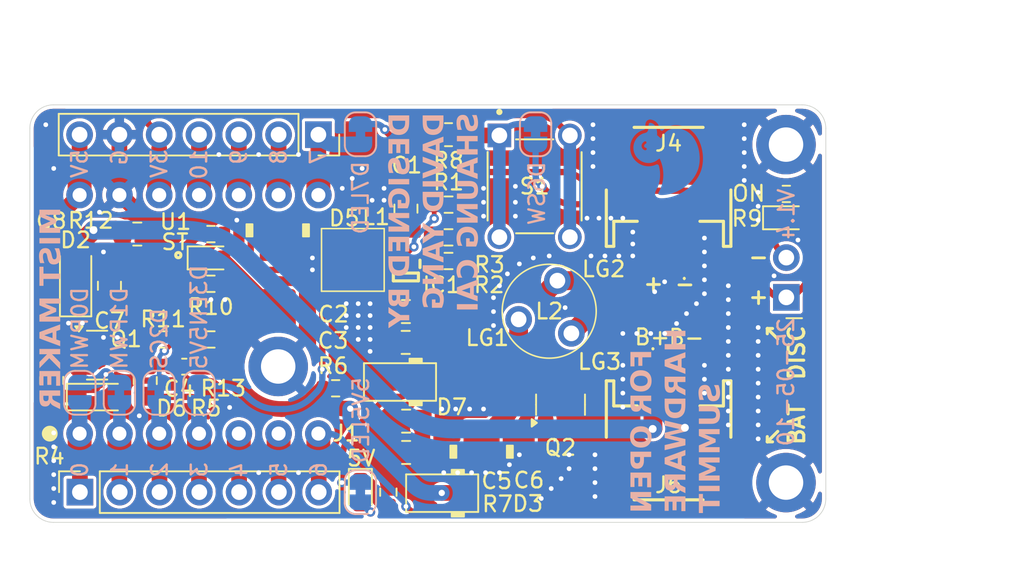
<source format=kicad_pcb>
(kicad_pcb (version 20241229) (generator "pcbnew") (generator_version "9.0")
  (title_block (title "Mist Maker") (date "2025-05-09") (rev "1.4") (comment 1 "By David Yang & Shaung Cai"))
  (layers (0 "F.Cu" signal) (2 "B.Cu" signal) (13 "F.Paste" user) (15 "B.Paste" user) (5 "F.SilkS" user "F.Silkscreen") (7 "B.SilkS" user "B.Silkscreen") (1 "F.Mask" user) (3 "B.Mask" user) (25 "Edge.Cuts" user))
  (net 0 "")
  (net 1 "XIAO3V3")
  (net 2 "5V5")
  (net 3 "MIST_PWM_5V5")
  (net 4 "Net-(IC1-EN)")
  (net 5 "D9")
  (net 6 "Net-(D3-K)")
  (net 7 "D4")
  (net 8 "D10")
  (net 9 "D5")
  (net 10 "XIAO5V")
  (net 11 "D8")
  (net 12 "MIST_PWM_3V3")
  (net 13 "D6_BUTTON")
  (net 14 "AO3400_DRIAN")
  (net 15 "L_LEG3")
  (net 16 "FB")
  (net 17 "SW")
  (net 18 "D0_MIST_PWM_3V3")
  (net 19 "D7_LED")
  (net 20 "Net-(JPD6-B)")
  (net 21 "XIAO5V_DIO")
  (net 23 "5V5_MIST")
  (net 24 "D3_TPS_EN")
  (net 25 "Net-(J5-Pin_1)")
  (net 26 "Net-(J5-Pin_2)")
  (net 27 "Net-(JP5V5-B)")
  (net 28 "Net-(LED1-K)")
  (net 29 "BATT+")
  (net 30 "BATT-")
  (net 31 "Net-(LED3-K)")
  (net 32 "Net-(U1-PROG)")
  (net 33 "Net-(U1-STAT)")
  (net 34 "D2_CS")
  (net 35 "D1_MIST_PWM_3V3")
  (net 36 "Net-(JPD3-B)")
  (footprint "Package_TO_SOT_SMD:SOT-23" (layer "F.Cu") (at 121.6246 106.812752)
    (property "Reference" "Q1")
    (property "Value" "BSS138" (hide yes))
  )
  (footprint "Resistor_SMD:R_0603_1608Metric" (layer "F.Cu") (at 125.841 105.810852 180)
    (property "Reference" "R11")
    (property "Value" "100K")
  )
  (footprint "LED_SMD:LED_0603_1608Metric" (layer "F.Cu") (at 165.612 98.038852)
    (property "Reference" "LED2" (hide yes))
    (property "Value" "LED_W")
  )
  (footprint "Connector_PinSocket_2.54mm:PinSocket_1x07_P2.54mm_Vertical" (layer "F.Cu") (at 120.527 115.564852 90)
    (property "Reference" "J2" (hide yes))
    (property "Value" "Conn_01x07_Socket" (hide yes))
  )
  (footprint "Capacitor_SMD:C_0805_2012Metric_Pad1.18x1.45mm_HandSolder" (layer "F.Cu") (at 141.332 104.029852 180)
    (property "Reference" "C2")
    (property "Value" "22uF" (hide yes))
  )
  (footprint "Resistor_SMD:R_0603_1608Metric_Pad0.98x0.95mm_HandSolder" (layer "F.Cu") (at 144.052 99.289852)
    (property "Reference" "R3")
    (property "Value" "100K")
  )
  (footprint "XEL4030-102MEC:XEL4030102MEC" (layer "F.Cu") (at 137.947 100.729852 -90)
    (property "Reference" "L1")
    (property "Value" "XEL4030-102MEC" (hide yes))
  )
  (footprint "Capacitor_SMD:C_0805_2012Metric" (layer "F.Cu") (at 122.412 102.381852 90)
    (property "Reference" "C7")
    (property "Value" "10uF")
  )
  (footprint "LED_SMD:LED_0603_1608Metric" (layer "F.Cu") (at 128.889 100.603852)
    (property "Reference" "LED3" (hide yes))
    (property "Value" "LED_R")
  )
  (footprint "Diode_DavidLib:D_SMB_Min_Silk" (layer "F.Cu") (at 133.1562 101.696052 -90)
    (property "Reference" "D5")
    (property "Value" "MBRS1100" (hide yes))
  )
  (footprint "Power_DavidLib:BATT_Charger_SOT-23-5_Min_Silk" (layer "F.Cu") (at 125.206 102.127852 -90)
    (property "Reference" "U1")
    (property "Value" "MCP73831T-2ACI/OT" (hide yes))
  )
  (footprint "TL1105DF160Q:SW_TL1105DF160Q" (layer "F.Cu") (at 149.547 96.029852 -90)
    (property "Reference" "S1")
    (property "Value" "TL1105DF160Q" (hide yes))
  )
  (footprint "MountingHole:MountingHole_2.2mm_M2_DIN965_Pad" (layer "F.Cu") (at 165.592 114.954852)
    (property "Reference" "H3" (hide yes))
    (property "Value" "MountingHole_Pad" (hide yes))
  )
  (footprint "Resistor_SMD:R_0603_1608Metric" (layer "F.Cu") (at 136.847 108.929852)
    (property "Reference" "R6")
    (property "Value" "100K")
  )
  (footprint "Mist_Library:3_Leg_Autotransformer" (layer "F.Cu") (at 150.479 104.007852 -135)
    (property "Reference" "L2")
    (property "Value" "3 Legged Inductor" (hide yes))
  )
  (footprint "Resistor_SMD:R_0603_1608Metric" (layer "F.Cu") (at 128.889 105.810852 180)
    (property "Reference" "R13")
    (property "Value" "100K")
  )
  (footprint "PCM_Diode_SMD_AKL:D_SOD-123F" (layer "F.Cu") (at 143.647 115.629852 180)
    (property "Reference" "D3")
    (property "Value" "SMF6.0A" (hide yes))
  )
  (footprint "PH-2PWB:PH2PWB" (layer "F.Cu") (at 158.099 112.256102)
    (property "Reference" "J6")
    (property "Value" "PH-2PWB" (hide yes))
  )
  (footprint "MCU_Xiao_DavidLib:XIAO-ESP32C6-DIP" (layer "F.Cu") (at 128.127 104.159852 90)
    (property "Reference" "J1")
    (property "Value" "HeaderSocket")
  )
  (footprint "Resistor_SMD:R_0603_1608Metric" (layer "F.Cu") (at 128.889 102.254852)
    (property "Reference" "R10")
    (property "Value" "2KΩ")
  )
  (footprint "Connector_DavidLib:PinHeader_1x02_P2.54mm_less_Marks" (layer "F.Cu") (at 165.612 103.123852 180)
    (property "Reference" "J5" (hide yes))
    (property "Value" "Conn_01x02_Socket")
  )
  (footprint "Connector_PinSocket_2.54mm:PinSocket_1x07_P2.54mm_Vertical" (layer "F.Cu") (at 135.747 92.729852 -90)
    (property "Reference" "J3" (hide yes))
    (property "Value" "Conn_01x07_Socket" (hide yes))
  )
  (footprint "Capacitor_SMD:C_0805_2012Metric" (layer "F.Cu") (at 124.19 99.079852)
    (property "Reference" "C8")
    (property "Value" "10uF")
  )
  (footprint "Diode_DavidLib:D_SMB_Min_Silk" (layer "F.Cu") (at 146.161 110.129852 90)
    (property "Reference" "D7")
    (property "Value" "MBRS1100" (hide yes))
  )
  (footprint "Package_TO_SOT_SMD:SOT-23" (layer "F.Cu") (at 151.2015 109.976452 90)
    (property "Reference" "Q2")
    (property "Value" "AO3400A" (hide yes))
  )
  (footprint "PCM_Diode_SMD_AKL:D_SOD-123F" (layer "F.Cu") (at 140.957 108.529852 180)
    (property "Reference" "D4" (hide yes))
    (property "Value" "SMF6.0A" (hide yes))
  )
  (footprint "Resistor_SMD:R_0603_1608Metric" (layer "F.Cu") (at 165.612 96.514852 180)
    (property "Reference" "R9")
    (property "Value" "150Ω")
  )
  (footprint "Resistor_SMD:R_0603_1608Metric" (layer "F.Cu") (at 140.212 115.564852 90)
    (property "Reference" "R7")
    (property "Value" "1.5KΩ")
  )
  (footprint "Diode_SMD:D_SOD-123F" (layer "F.Cu") (at 120.253 102.127852 90)
    (property "Reference" "D2")
    (property "Value" "MBR120")
  )
  (footprint "Capacitor_SMD:C_0805_2012Metric_Pad1.18x1.45mm_HandSolder" (layer "F.Cu") (at 141.319552 105.999852 180)
    (property "Reference" "C3")
    (property "Value" "22uF" (hide yes))
  )
  (footprint "Resistor_SMD:R_0603_1608Metric" (layer "F.Cu") (at 128.889 99.079852 180)
    (property "Reference" "R12")
    (property "Value" "2KΩ")
  )
  (footprint "PH-2PWB:PH2PWB" (layer "F.Cu") (at 158.099 96.063602 180)
    (property "Reference" "J4")
    (property "Value" "PH-2PWB" (hide yes))
  )
  (footprint "TPS61023DRLR:SOTFL50P160X60-6N" (layer "F.Cu") (at 141.332 101.819852 -90)
    (property "Reference" "IC1")
    (property "Value" "TPS61023" (hide yes))
  )
  (footprint "Resistor_SMD:R_0805_2012Metric" (layer "F.Cu") (at 144.0528 92.729852 180)
    (property "Reference" "R8")
    (property "Value" "10K")
  )
  (footprint "MountingHole:MountingHole_2.2mm_M2_DIN965_Pad" (layer "F.Cu") (at 133.1816 107.538052)
    (property "Reference" "H1" (hide yes))
    (property "Value" "MountingHole_Pad" (hide yes))
  )
  (footprint "LED_SMD:LED_0603_1608Metric" (layer "F.Cu") (at 138.427 115.564852 -90)
    (property "Reference" "LED1" (hide yes))
    (property "Value" "LED_R")
  )
  (footprint "Capacitor_SMD:C_0805_2012Metric_Pad1.18x1.45mm_HandSolder" (layer "F.Cu") (at 141.347 113.029852 180)
    (property "Reference" "C6")
    (property "Value" "10uF")
  )
  (footprint "Capacitor_SMD:C_0805_2012Metric_Pad1.18x1.45mm_HandSolder" (layer "F.Cu") (at 141.347 111.029852 180)
    (property "Reference" "C5")
    (property "Value" "10uF")
  )
  (footprint "Resistor_SMD:R_0805_2012Metric_Pad1.20x1.40mm_HandSolder" (layer "F.Cu") (at 118.729 108.427052 -90)
    (property "Reference" "R4")
    (property "Value" "10K" (hide yes))
  )
  (footprint "Capacitor_SMD:C_0805_2012Metric_Pad1.18x1.45mm_HandSolder" (layer "F.Cu") (at 141.335 97.454252 90)
    (property "Reference" "C1")
    (property "Value" "22uF" (hide yes))
  )
  (footprint "Diode_SMD:D_SOD-323_HandSoldering" (layer "F.Cu") (at 121.7008 109.493852)
    (property "Reference" "D6")
    (property "Value" "D_TVS_Unidirectional_Generic" (hide yes))
  )
  (footprint "Resistor_SMD:R_0603_1608Metric_Pad0.98x0.95mm_HandSolder" (layer "F.Cu") (at 144.057 97.199852)
    (property "Reference" "R1")
    (property "Value" "10K")
  )
  (footprint "Resistor_SMD:R_0603_1608Metric_Pad0.98x0.95mm_HandSolder" (layer "F.Cu") (at 144.052 100.799852 180)
    (property "Reference" "R2")
    (property "Value" "732K")
  )
  (footprint "Resistor_SMD:R_0805_2012Metric_Pad1.20x1.40mm_HandSolder" (layer "F.Cu") (at 124.698 108.438352 90)
    (property "Reference" "R5")
    (property "Value" "10K")
  )
  (footprint "MountingHole:MountingHole_2.2mm_M2_DIN965_Pad" (layer "F.Cu") (at 165.592 93.364852)
    (property "Reference" "H2" (hide yes))
    (property "Value" "MountingHole_Pad" (hide yes))
  )
  (footprint "Capacitor_SMD:C_0603_1608Metric" (layer "F.Cu") (at 127.1872 107.549352 180)
    (property "Reference" "C4")
    (property "Value" "100nF")
  )
  (footprint "Jumper:SolderJumper-2_P1.3mm_Bridged_RoundedPad1.0x1.5mm" (layer "B.Cu") (at 125.587 109.217452 90)
    (property "Reference" "JPD3" (hide yes))
    (property "Value" "SolderJumper_2_Close")
  )
  (footprint "Jumper:SolderJumper-2_P1.3mm_Bridged_RoundedPad1.0x1.5mm" (layer "B.Cu") (at 123.047 109.217452 90)
    (property "Reference" "JPD1" (hide yes))
    (property "Value" "SolderJumper_2_Close")
  )
  (footprint "Jumper:SolderJumper-2_P1.3mm_Bridged_RoundedPad1.0x1.5mm" (layer "B.Cu") (at 128.127 109.217452 90)
    (property "Reference" "JP1" (hide yes))
    (property "Value" "SolderJumper_2_Bridged")
  )
  (footprint "Mist_Library:DUCKY_ICON" (layer "B.Cu") (at 157.9466 94.279252 -90)
    (property "Reference" "TP6" (hide yes))
    (property "Value" "GRAPHIC" (hide yes))
  )
  (footprint "Jumper:SolderJumper-2_P1.3mm_Bridged_RoundedPad1.0x1.5mm" (layer "B.Cu") (at 149.61 92.704852 90)
    (property "Reference" "JPD6" (hide yes))
    (property "Value" "SolderJumper_2_Close" (hide yes))
  )
  (footprint "Jumper:SolderJumper-2_P1.3mm_Bridged_RoundedPad1.0x1.5mm" (layer "B.Cu") (at 138.427 115.564852 -90)
    (property "Reference" "JP5V5" (hide yes))
    (property "Value" "SolderJumper_2_Close" (hide yes))
  )
  (footprint "Jumper:SolderJumper-2_P1.3mm_Bridged_RoundedPad1.0x1.5mm" (layer "B.Cu") (at 138.434 92.704852 90)
    (property "Reference" "JPD7" (hide yes))
    (property "Value" "SolderJumper_2_Close" (hide yes))
  )
  (footprint "Jumper:SolderJumper-2_P1.3mm_Open_RoundedPad1.0x1.5mm" (layer "B.Cu") (at 120.522 109.217452 90)
    (property "Reference" "JPD2" (hide yes))
    (property "Value" "SolderJumper_2_Open" (hide yes))
  )
  (gr_arc (start 166.632 90.824852) (mid 167.692677 91.264189) (end 168.132 92.324852) (stroke (width 0.05)) (layer "Edge.Cuts"))
  (gr_arc (start 118.832 117.494852) (mid 117.771357 117.055509) (end 117.332 115.994852) (stroke (width 0.05)) (layer "Edge.Cuts"))
  (gr_line (start 168.132 115.994852) (end 168.132 92.324852) (stroke (width 0.05)) (layer "Edge.Cuts"))
  (gr_arc (start 168.132 115.994852) (mid 167.692677 117.055543) (end 166.632 117.494852) (stroke (width 0.05)) (layer "Edge.Cuts"))
  (gr_line (start 117.332 92.324852) (end 117.332 115.994852) (stroke (width 0.05)) (layer "Edge.Cuts"))
  (gr_arc (start 117.332 92.324852) (mid 117.771357 91.264223) (end 118.832 90.824852) (stroke (width 0.05)) (layer "Edge.Cuts"))
  (gr_line (start 166.632 90.824852) (end 118.832 90.824852) (stroke (width 0.05)) (layer "Edge.Cuts"))
  (gr_line (start 118.832 117.494852) (end 166.632 117.494852) (stroke (width 0.05)) (layer "Edge.Cuts"))
  (gr_text "LG1" (at 145.0434 106.293452 0) (layer "F.SilkS") (effects (font (size 1 1) (thickness 0.153)) (justify left bottom)))
  (gr_text "LG2" (at 155.432 101.899252 0) (layer "F.SilkS") (effects (font (size 1 1) (thickness 0.153)) (justify right bottom)))
  (gr_text "+" (at 156.3972 102.813652 0) (layer "F.SilkS") (effects (font (size 1 1) (thickness 0.18) (bold yes)) (justify left bottom)))
  (gr_text "ON" (at 162.0614 97.073252 0) (layer "F.SilkS") (effects (font (size 1 1) (thickness 0.153)) (justify left bottom)))
  (gr_text "B-" (at 160.4612 106.268052 0) (layer "F.SilkS") (effects (font (size 1 1) (thickness 0.153)) (justify right bottom)))
  (gr_text "5V" (at 137.4742 113.989652 0) (layer "F.SilkS") (effects (font (size 1 1) (thickness 0.153)) (justify left bottom)))
  (gr_text "-" (at 158.4038 102.839052 0) (layer "F.SilkS") (effects (font (size 1 1) (thickness 0.18) (bold yes)) (justify left bottom)))
  (gr_text "+" (at 163.1028 103.651852 0) (layer "F.SilkS") (effects (font (size 1 1) (thickness 0.18) (bold yes)) (justify left bottom)))
  (gr_text "-" (at 163.1028 101.111852 0) (layer "F.SilkS") (effects (font (size 1 1) (thickness 0.18) (bold yes)) (justify left bottom)))
  (gr_text "B+" (at 158.2768 106.242652 0) (layer "F.SilkS") (effects (font (size 1 1) (thickness 0.153)) (justify right bottom)))
  (gr_text "ST" (at 125.6378 100.172052 0) (layer "F.SilkS") (effects (font (size 1 1)) (justify left bottom)))
  (gr_text "LG3" (at 152.2062 107.817452 0) (layer "F.SilkS") (effects (font (size 1 1) (thickness 0.153)) (justify left bottom)))
  (gr_text "↖       ↗\nBAT  DISC" (at 165.465 108.731852 90) (layer "F.SilkS") (effects (font (size 1 1) (thickness 0.2) (bold yes))))
  (gr_text "3" (at 128.147 114.714852 90) (layer "B.SilkS") (effects (font (size 1 1) (thickness 0.153)) (justify right mirror)))
  (gr_text "7" (at 135.747 93.579852 90) (layer "B.SilkS") (effects (font (size 1 1) (thickness 0.153)) (justify left mirror)))
  (gr_text "D3EN5V5" (at 128.127 107.817452 90) (layer "B.SilkS") (effects (font (size 1 1)) (justify right mirror)))
  (gr_text "0" (at 120.527 114.714852 90) (layer "B.SilkS") (effects (font (size 1 1) (thickness 0.153)) (justify right mirror)))
  (gr_text "4" (at 130.687 114.714852 90) (layer "B.SilkS") (effects (font (size 1 1) (thickness 0.153)) (justify right mirror)))
  (gr_text "8" (at 133.207 93.579852 90) (layer "B.SilkS") (effects (font (size 1 1) (thickness 0.153)) (justify left mirror)))
  (gr_text "MIST MAKER" (at 118.729 103.829652 90) (layer "B.SilkS") (effects (font (size 1.3 1.3) (thickness 0.2) (bold yes)) (justify mirror)))
  (gr_text "D0PWM" (at 120.522 107.817452 90) (layer "B.SilkS") (effects (font (size 1 1)) (justify right mirror)))
  (gr_text "D2CS" (at 125.587 107.817452 90) (layer "B.SilkS") (effects (font (size 1 1)) (justify right mirror)))
  (gr_text "5V5LED" (at 139.049 113.811852 90) (layer "B.SilkS") (effects (font (size 1 1)) (justify right bottom mirror)))
  (gr_text "10" (at 128.127 93.579852 90) (layer "B.SilkS") (effects (font (size 1 1) (thickness 0.153)) (justify left mirror)))
  (gr_text "D7LED" (at 139.0236 94.330052 90) (layer "B.SilkS") (effects (font (size 1 1)) (justify left bottom mirror)))
  (gr_text "D6SW" (at 150.2758 94.355452 90) (layer "B.SilkS") (effects (font (size 1 1)) (justify left bottom mirror)))
  (gr_text "1" (at 123.067 114.714852 90) (layer "B.SilkS") (effects (font (size 1 1) (thickness 0.153)) (justify right mirror)))
  (gr_text "5" (at 133.227 114.714852 90) (layer "B.SilkS") (effects (font (size 1 1) (thickness 0.153)) (justify right mirror)))
  (gr_text "25-05-10" (at 166.1762 104.337652 90) (layer "B.SilkS") (effects (font (size 1 1) (thickness 0.153)) (justify left bottom mirror)))
  (gr_text "2" (at 125.607 114.714852 90) (layer "B.SilkS") (effects (font (size 1 1) (thickness 0.153)) (justify right mirror)))
  (gr_text "9" (at 130.667 93.579852 90) (layer "B.SilkS") (effects (font (size 1 1) (thickness 0.153)) (justify left mirror)))
  (gr_text "D1PWM" (at 123.047 107.817452 90) (layer "B.SilkS") (effects (font (size 1 1)) (justify right mirror)))
  (gr_text "6" (at 135.767 114.714852 90) (layer "B.SilkS") (effects (font (size 1 1) (thickness 0.153)) (justify right mirror)))
  (gr_text "5V" (at 120.507 93.579852 90) (layer "B.SilkS") (effects (font (size 1 1) (thickness 0.153)) (justify left mirror)))
  (gr_text "3V" (at 125.587 93.579852 90) (layer "B.SilkS") (effects (font (size 1 1) (thickness 0.153)) (justify left mirror)))
  (gr_text "DESIGNED BY \nDAVID YANG\nSHAUNG CAI" (at 143.1892 91.332852 90) (layer "B.SilkS") (effects (font (size 1.3 1.3) (thickness 0.2) (bold yes)) (justify left mirror)))
  (gr_text "V1.4" (at 166.2016 96.082652 90) (layer "B.SilkS") (effects (font (size 1 1) (thickness 0.153)) (justify left bottom mirror)))
  (gr_text "FOR OPEN\nHARDWARE\nSUMMIT" (at 158.6324 116.910652 90) (layer "B.SilkS") (effects (font (size 1.3 1.3) (thickness 0.2) (bold yes)) (justify right mirror)))
  (gr_text "G" (at 123.047 93.579852 90) (layer "B.SilkS") (effects (font (size 1 1) (thickness 0.153)) (justify left mirror)))
  (segment (start 151.1465 92.129352) (end 151.797 92.779852) (width 0.4) (layer "F.Cu") (net 1))
  (segment (start 123.451409 91.478852) (end 120.449892 91.478852) (width 0.4) (layer "F.Cu") (net 1))
  (segment (start 119.662821 91.804863) (end 118.971709 92.495961) (width 0.4) (layer "F.Cu") (net 1))
  (segment (start 119.46425 105.862752) (end 120.6871 105.862752) (width 1) (layer "F.Cu") (net 1))
  (segment (start 123.451409 91.478852) (end 125.22059 91.478852) (width 0.4) (layer "F.Cu") (net 1))
  (segment (start 118.729 106.598002) (end 118.729 107.427052) (width 1) (layer "F.Cu") (net 1))
  (segment (start 149.576054 91.478852) (end 125.22059 91.478852) (width 0.4) (layer "F.Cu") (net 1))
  (segment (start 117.9546 94.951479) (end 117.9546 104.971468) (width 0.4) (layer "F.Cu") (net 1))
  (segment (start 125.587 93.614442) (end 125.587 96.584852) (width 1) (layer "F.Cu") (net 1))
  (segment (start 118.51365 106.078102) (end 118.3418 105.906252) (width 0.4) (layer "F.Cu") (net 1))
  (arc (start 124.9615 92.104352) (mid 125.424437 92.797187) (end 125.587 93.614442) (width 0.4) (layer "F.Cu") (net 1))
  (arc (start 149.576054 91.478852) (mid 150.425973 91.647911) (end 151.1465 92.129352) (width 0.4) (layer "F.Cu") (net 1))
  (arc (start 118.94435 106.078102) (mid 118.784967 106.316634) (end 118.729 106.598002) (width 1) (layer "F.Cu") (net 1))
  (arc (start 124.9615 92.104352) (mid 124.882072 91.705042) (end 125.22059 91.478852) (width 0.4) (layer "F.Cu") (net 1))
  (arc (start 118.51365 106.078102) (mid 118.729 106.167302) (end 118.94435 106.078102) (width 0.4) (layer "F.Cu") (net 1))
  (arc (start 118.3418 105.906252) (mid 118.05523 105.477369) (end 117.9546 104.971468) (width 0.4) (layer "F.Cu") (net 1))
  (arc (start 117.9546 94.951479) (mid 118.218938 93.622562) (end 118.971709 92.495961) (width 0.4) (layer "F.Cu") (net 1))
  (arc (start 124.9615 92.104352) (mid 124.268664 91.641414) (end 123.451409 91.478852) (width 0.4) (layer "F.Cu") (net 1))
  (arc (start 118.94435 106.078102) (mid 119.182882 105.918719) (end 119.46425 105.862752) (width 1) (layer "F.Cu") (net 1))
  (arc (start 118.51365 106.078102) (mid 118.673032 106.316634) (end 118.729 106.598002) (width 1) (layer "F.Cu") (net 1))
  (arc (start 119.662821 91.804863) (mid 120.023933 91.563579) (end 120.449892 91.478852) (width 0.4) (layer "F.Cu") (net 1))
  (segment (start 151.797 92.779852) (end 151.797 99.279852) (width 0.8) (layer "B.Cu") (net 1))
  (segment (start 137.2456 114.954852) (end 137.2456 113.654262) (width 0.4) (layer "F.Cu") (net 2))
  (segment (start 141.861228 109.025623) (end 142.357 108.529852) (width 0.4) (layer "F.Cu") (net 2))
  (segment (start 137.2456 114.954852) (end 137.2456 115.723952) (width 0.4) (layer "F.Cu") (net 2))
  (segment (start 136.1537 116.815852) (end 130.713868 116.815852) (width 0.4) (layer "F.Cu") (net 2))
  (segment (start 127.420999 109.479752) (end 124.768674 109.479752) (width 0.4) (layer "F.Cu") (net 2))
  (segment (start 139.663191 109.93608) (end 138.165256 111.434015) (width 0.4) (layer "F.Cu") (net 2))
  (segment (start 124.7187 109.459052) (end 124.698 109.438352) (width 0.4) (layer "F.Cu") (net 2))
  (segment (start 129.398 111.456752) (end 129.398 115.499983) (width 0.4) (layer "F.Cu") (net 2))
  (via (at 137.2456 114.954852) (size 0.6) (drill 0.3) (layers "F.Cu" "B.Cu") (net 2))
  (arc (start 139.663191 109.93608) (mid 140.167425 109.599161) (end 140.76221 109.480852) (width 0.4) (layer "F.Cu") (net 2))
  (arc (start 140.76221 109.480852) (mid 141.356994 109.362541) (end 141.861228 109.025623) (width 0.4) (layer "F.Cu") (net 2))
  (arc (start 129.783409 116.430443) (mid 130.210307 116.715687) (end 130.713868 116.815852) (width 0.4) (layer "F.Cu") (net 2))
  (arc (start 124.768674 109.479752) (mid 124.741628 109.474372) (end 124.7187 109.459052) (width 0.4) (layer "F.Cu") (net 2))
  (arc (start 136.92579 116.496042) (mid 137.162484 116.141804) (end 137.2456 115.723952) (width 0.4) (layer "F.Cu") (net 2))
  (arc (start 137.2456 113.654262) (mid 137.48461 112.452673) (end 138.165256 111.434015) (width 0.4) (layer "F.Cu") (net 2))
  (arc (start 136.92579 116.496042) (mid 136.571552 116.732736) (end 136.1537 116.815852) (width 0.4) (layer "F.Cu") (net 2))
  (arc (start 129.783409 116.430443) (mid 129.498164 116.003544) (end 129.398 115.499983) (width 0.4) (layer "F.Cu") (net 2))
  (arc (start 128.81895 110.058802) (mid 129.247509 110.700186) (end 129.398 111.456752) (width 0.4) (layer "F.Cu") (net 2))
  (arc (start 128.81895 110.058802) (mid 128.177564 109.630242) (end 127.420999 109.479752) (width 0.4) (layer "F.Cu") (net 2))
  (segment (start 138.358715 114.954852) (end 137.2456 114.954852) (width 0.4) (layer "B.Cu") (net 2))
  (segment (start 138.407 114.934852) (end 138.427 114.914852) (width 0.4) (layer "B.Cu") (net 2))
  (arc (start 138.358715 114.954852) (mid 138.384846 114.949654) (end 138.407 114.934852) (width 0.4) (layer "B.Cu") (net 2))
  (segment (start 126.3567 107.493852) (end 126.4122 107.549352) (width 0.8) (layer "F.Cu") (net 3))
  (segment (start 123.964643 107.438352) (end 124.698 107.438352) (width 0.8) (layer "F.Cu") (net 3))
  (segment (start 122.911583 107.162235) (end 122.5621 106.812752) (width 0.8) (layer "F.Cu") (net 3))
  (segment (start 123.5736 107.436452) (end 123.960056 107.436452) (width 0.8) (layer "F.Cu") (net 3))
  (segment (start 126.222711 107.438352) (end 124.698 107.438352) (width 0.8) (layer "F.Cu") (net 3))
  (arc (start 126.222711 107.438352) (mid 126.295225 107.452775) (end 126.3567 107.493852) (width 0.8) (layer "F.Cu") (net 3))
  (arc (start 122.911583 107.162235) (mid 123.215319 107.365185) (end 123.5736 107.436452) (width 0.8) (layer "F.Cu") (net 3))
  (arc (start 123.96235 107.437402) (mid 123.961297 107.436698) (end 123.960056 107.436452) (width 0.8) (layer "F.Cu") (net 3))
  (arc (start 123.964643 107.438352) (mid 123.963402 107.438105) (end 123.96235 107.437402) (width 0.8) (layer "F.Cu") (net 3))
  (segment (start 133.182566 101.365852) (end 132.29621 101.365852) (width 0.4) (layer "F.Cu") (net 4))
  (segment (start 141.843 99.892652) (end 141.536424 100.199227) (width 0.3) (layer "F.Cu") (net 4))
  (segment (start 141.3731 94.888852) (end 142.440318 94.888852) (width 0.4) (layer "F.Cu") (net 4))
  (segment (start 136.001 104.184285) (end 136.001 107.715852) (width 0.4) (layer "F.Cu") (net 4))
  (segment (start 143.1445 97.195538) (end 143.1445 95.593033) (width 0.4) (layer "F.Cu") (net 4))
  (segment (start 139.053312 95.849739) (end 138.007863 96.89519) (width 0.4) (layer "F.Cu") (net 4))
  (segment (start 143.1384 97.210265) (end 143.1384 98.089252) (width 0.3) (layer "F.Cu") (net 4))
  (segment (start 135.615712 97.886052) (end 131.949326 97.886052) (width 0.4) (layer "F.Cu") (net 4))
  (segment (start 141.332 100.692752) (end 141.332 100.981852) (width 0.3) (layer "F.Cu") (net 4))
  (segment (start 131.429 98.406378) (end 131.429 100.498641) (width 0.4) (layer "F.Cu") (net 4))
  (via (at 136.001 107.715852) (size 0.6) (drill 0.3) (layers "F.Cu" "B.Cu") (net 4))
  (via (at 141.843 99.892652) (size 0.6) (drill 0.3) (layers "F.Cu" "B.Cu") (net 4))
  (via (at 143.1384 98.089252) (size 0.6) (drill 0.3) (layers "F.Cu" "B.Cu") (net 4))
  (arc (start 142.93825 95.095102) (mid 142.709796 94.942454) (end 142.440318 94.888852) (width 0.4) (layer "F.Cu") (net 4))
  (arc (start 136.001 104.184285) (mid 135.786459 103.105717) (end 135.1755 102.191352) (width 0.4) (layer "F.Cu") (net 4))
  (arc (start 135.615712 97.886052) (mid 136.910335 97.628536) (end 138.007863 96.89519) (width 0.4) (layer "F.Cu") (net 4))
  (arc (start 131.5814 98.038452) (mid 131.750205 97.925659) (end 131.949326 97.886052) (width 0.4) (layer "F.Cu") (net 4))
  (arc (start 143.14145 97.202902) (mid 143.143707 97.199523) (end 143.1445 97.195538) (width 0.4) (layer "F.Cu") (net 4))
  (arc (start 141.332 100.692752) (mid 141.385128 100.425658) (end 141.536424 100.199227) (width 0.3) (layer "F.Cu") (net 4))
  (arc (start 133.182566 101.365852) (mid 134.261134 101.580392) (end 135.1755 102.191352) (width 0.4) (layer "F.Cu") (net 4))
  (arc (start 142.93825 95.095102) (mid 143.090897 95.323554) (end 143.1445 95.593033) (width 0.4) (layer "F.Cu") (net 4))
  (arc (start 143.1384 97.210265) (mid 143.139192 97.20628) (end 143.14145 97.202902) (width 0.3) (layer "F.Cu") (net 4))
  (arc (start 132.29621 101.365852) (mid 131.964343 101.299839) (end 131.683 101.111852) (width 0.4) (layer "F.Cu") (net 4))
  (arc (start 131.429 100.498641) (mid 131.495012 100.830508) (end 131.683 101.111852) (width 0.4) (layer "F.Cu") (net 4))
  (arc (start 131.429 98.406378) (mid 131.468607 98.207257) (end 131.5814 98.038452) (width 0.4) (layer "F.Cu") (net 4))
  (arc (start 141.3731 94.888852) (mid 140.117639 95.138578) (end 139.053312 95.849739) (width 0.4) (layer "F.Cu") (net 4))
  (segment (start 133.052646 110.255852) (end 133.52945 110.255852) (width 0.4) (layer "B.Cu") (net 4))
  (segment (start 135.614848 109.194203) (end 135.277099 109.531951) (width 0.4) (layer "B.Cu") (net 4))
  (segment (start 142.022605 99.205046) (end 143.1384 98.089252) (width 0.3) (layer "B.Cu") (net 4))
  (segment (start 129.503753 108.785852) (end 128.127 108.785852) (width 0.4) (layer "B.Cu") (net 4))
  (segment (start 141.843 99.892652) (end 141.843 99.638652) (width 0.3) (layer "B.Cu") (net 4))
  (segment (start 136.001 108.261952) (end 136.001 107.715852) (width 0.4) (layer "B.Cu") (net 4))
  (arc (start 142.022605 99.205046) (mid 141.889677 99.403986) (end 141.843 99.638652) (width 0.3) (layer "B.Cu") (net 4))
  (arc (start 133.052646 110.255852) (mid 132.092322 110.064831) (end 131.2782 109.520852) (width 0.4) (layer "B.Cu") (net 4))
  (arc (start 135.614848 109.194203) (mid 135.900642 108.766482) (end 136.001 108.261952) (width 0.4) (layer "B.Cu") (net 4))
  (arc (start 131.2782 109.520852) (mid 130.464076 108.976872) (end 129.503753 108.785852) (width 0.4) (layer "B.Cu") (net 4))
  (arc (start 133.52945 110.255852) (mid 134.475271 110.067716) (end 135.277099 109.531951) (width 0.4) (layer "B.Cu") (net 4))
  (segment (start 130.667 96.584852) (end 130.667 92.729852) (width 1) (layer "F.Cu") (net 5))
  (segment (start 150.2515 112.596098) (end 150.2515 110.913952) (width 1) (layer "F.Cu") (net 6))
  (segment (start 147.257746 115.589852) (end 145.115284 115.589852) (width 1) (layer "F.Cu") (net 6))
  (segment (start 145.022076 115.615252) (end 143.621 115.615252) (width 1) (layer "F.Cu") (net 6))
  (segment (start 145.067 115.609852) (end 145.0543 115.622552) (width 1) (layer "F.Cu") (net 6))
  (segment (start 133.3927 110.255852) (end 133.758376 110.255852) (width 1) (layer "F.Cu") (net 6))
  (segment (start 129.885193 108.051645) (end 131.167827 109.334279) (width 1) (layer "F.Cu") (net 6))
  (segment (start 137.779 110.230452) (end 137.398 110.230452) (width 1) (layer "F.Cu") (net 6))
  (segment (start 136.747592 109.961044) (end 136.130045 109.343497) (width 1) (layer "F.Cu") (net 6))
  (segment (start 135.358999 109.592851) (end 135.913954 109.037897) (width 1) (layer "F.Cu") (net 6))
  (segment (start 128.67255 107.549352) (end 127.9622 107.549352) (width 1) (layer "F.Cu") (net 6))
  (via (at 137.779 110.230452) (size 0.8) (drill 0.4) (layers "F.Cu" "B.Cu") (net 6))
  (via (at 143.621 115.615252) (size 0.8) (drill 0.4) (layers "F.Cu" "B.Cu") (net 6))
  (arc (start 150.2515 112.596098) (mid 150.023614 113.741758) (end 149.37465 114.713002) (width 1) (layer "F.Cu") (net 6))
  (arc (start 136.022 109.082652) (mid 135.982928 109.024177) (end 135.913954 109.037897) (width 1) (layer "F.Cu") (net 6))
  (arc (start 135.358999 109.592851) (mid 134.624627 110.083543) (end 133.758376 110.255852) (width 1) (layer "F.Cu") (net 6))
  (arc (start 145.022076 115.615252) (mid 145.031614 115.617149) (end 145.0397 115.622552) (width 1) (layer "F.Cu") (net 6))
  (arc (start 136.747592 109.961044) (mid 137.046001 110.160435) (end 137.398 110.230452) (width 1) (layer "F.Cu") (net 6))
  (arc (start 133.3927 110.255852) (mid 132.188607 110.016342) (end 131.167827 109.334279) (width 1) (layer "F.Cu") (net 6))
  (arc (start 136.130045 109.343497) (mid 136.050079 109.22382) (end 136.022 109.082652) (width 1) (layer "F.Cu") (net 6))
  (arc (start 145.067 115.609852) (mid 145.089152 115.595049) (end 145.115284 115.589852) (width 1) (layer "F.Cu") (net 6))
  (arc (start 145.0397 115.622552) (mid 145.047 115.625575) (end 145.0543 115.622552) (width 1) (layer "F.Cu") (net 6))
  (arc (start 129.885193 108.051645) (mid 129.328827 107.679893) (end 128.67255 107.549352) (width 1) (layer "F.Cu") (net 6))
  (arc (start 147.257746 115.589852) (mid 148.403406 115.361966) (end 149.37465 114.713002) (width 1) (layer "F.Cu") (net 6))
  (segment (start 137.779 110.230452) (end 137.779 110.662252) (width 1) (layer "B.Cu") (net 6))
  (segment (start 141.833226 115.148278) (end 138.084328 111.39938) (width 1) (layer "B.Cu") (net 6))
  (segment (start 142.9606 115.615252) (end 143.621 115.615252) (width 1) (layer "B.Cu") (net 6))
  (arc (start 142.9606 115.615252) (mid 142.350469 115.493889) (end 141.833226 115.148278) (width 1) (layer "B.Cu") (net 6))
  (arc (start 137.779 110.662252) (mid 137.858352 111.061182) (end 138.084328 111.39938) (width 1) (layer "B.Cu") (net 6))
  (segment (start 130.677 111.834852) (end 130.667 111.824852) (width 1) (layer "F.Cu") (net 7))
  (segment (start 130.687 111.858994) (end 130.687 115.564852) (width 1) (layer "F.Cu") (net 7))
  (arc (start 130.687 111.858994) (mid 130.684401 111.845928) (end 130.677 111.834852) (width 1) (layer "F.Cu") (net 7))
  (segment (start 128.127 92.729852) (end 128.127 96.584852) (width 1) (layer "F.Cu") (net 8))
  (segment (start 133.207 115.530709) (end 133.207 111.824852) (width 1) (layer "F.Cu") (net 9))
  (segment (start 133.217 115.554852) (end 133.227 115.564852) (width 1) (layer "F.Cu") (net 9))
  (arc (start 133.217 115.554852) (mid 133.209598 115.543775) (end 133.207 115.530709) (width 1) (layer "F.Cu") (net 9))
  (segment (start 122.6815 103.993352) (end 122.314 103.625852) (width 1) (layer "F.Cu") (net 10))
  (segment (start 132.972116 103.797968) (end 129.813885 100.639737) (width 0.6) (layer "F.Cu") (net 10))
  (segment (start 120.507 96.584852) (end 120.507 92.729852) (width 1) (layer "F.Cu") (net 10))
  (segment (start 128.956044 104.458852) (end 129.583955 104.458852) (width 1) (layer "F.Cu") (net 10))
  (segment (start 120.253 103.527852) (end 119.294726 103.527852) (width 1) (layer "F.Cu") (net 10))
  (segment (start 118.856 99.403285) (end 118.856 103.089125) (width 1) (layer "F.Cu") (net 10))
  (segment (start 129.583955 104.458852) (end 132.110084 104.458852) (width 1) (layer "F.Cu") (net 10))
  (segment (start 122.314 103.429852) (end 122.36 103.383852) (width 1) (layer "F.Cu") (net 10))
  (segment (start 122.464 103.279852) (end 122.36 103.383852) (width 1) (layer "F.Cu") (net 10))
  (segment (start 123.805316 104.458852) (end 128.956044 104.458852) (width 1) (layer "F.Cu") (net 10))
  (segment (start 129.72725 100.603852) (end 129.6765 100.603852) (width 0.6) (layer "F.Cu") (net 10))
  (segment (start 122.077407 103.527852) (end 120.253 103.527852) (width 1) (layer "F.Cu") (net 10))
  (segment (start 133.108116 103.894135) (end 132.8498 104.152452) (width 1) (layer "F.Cu") (net 10))
  (segment (start 122.589539 103.227852) (end 124.256 103.227852) (width 1) (layer "F.Cu") (net 10))
  (segment (start 129.714 105.216807) (end 129.714 105.810852) (width 1) (layer "F.Cu") (net 10))
  (segment (start 119.6815 97.410352) (end 120.507 96.584852) (width 1) (layer "F.Cu") (net 10))
  (arc (start 118.856 103.089125) (mid 118.889396 103.257018) (end 118.9845 103.399352) (width 1) (layer "F.Cu") (net 10))
  (arc (start 122.314 103.429852) (mid 122.273407 103.527852) (end 122.314 103.625852) (width 1) (layer "F.Cu") (net 10))
  (arc (start 129.583955 104.458852) (mid 129.463809 104.53913) (end 129.492 104.680852) (width 1) (layer "F.Cu") (net 10))
  (arc (start 132.8498 104.152452) (mid 132.510415 104.379221) (end 132.110084 104.458852) (width 1) (layer "F.Cu") (net 10))
  (arc (start 129.813885 100.639737) (mid 129.774136 100.613178) (end 129.72725 100.603852) (width 0.6) (layer "F.Cu") (net 10))
  (arc (start 122.589539 103.227852) (mid 122.521597 103.241366) (end 122.464 103.279852) (width 1) (layer "F.Cu") (net 10))
  (arc (start 118.9845 103.399352) (mid 119.126832 103.494455) (end 119.294726 103.527852) (width 1) (layer "F.Cu") (net 10))
  (arc (start 122.314 103.625852) (mid 122.20545 103.553321) (end 122.077407 103.527852) (width 1) (layer "F.Cu") (net 10))
  (arc (start 122.077407 103.527852) (mid 122.20545 103.502382) (end 122.314 103.429852) (width 1) (layer "F.Cu") (net 10))
  (arc (start 129.492 104.680852) (mid 129.246101 104.516547) (end 128.956044 104.458852) (width 1) (layer "F.Cu") (net 10))
  (arc (start 129.492 104.680852) (mid 129.656304 104.92675) (end 129.714 105.216807) (width 1) (layer "F.Cu") (net 10))
  (arc (start 133.108116 103.894135) (mid 133.114222 103.863439) (end 133.0882 103.846052) (width 1) (layer "F.Cu") (net 10))
  (arc (start 122.6815 103.993352) (mid 123.197111 104.337872) (end 123.805316 104.458852) (width 1) (layer "F.Cu") (net 10))
  (arc (start 119.6815 97.410352) (mid 119.07054 98.324717) (end 118.856 99.403285) (width 1) (layer "F.Cu") (net 10))
  (arc (start 132.972116 103.797968) (mid 133.025375 103.833555) (end 133.0882 103.846052) (width 0.6) (layer "F.Cu") (net 10))
  (segment (start 133.207 92.729852) (end 133.207 96.584852) (width 1) (layer "F.Cu") (net 11))
  (segment (start 120.4508 108.269765) (end 120.4508 108.736738) (width 0.8) (layer "F.Cu") (net 12))
  (segment (start 120.336765 109.427052) (end 118.729 109.427052) (width 0.8) (layer "F.Cu") (net 12))
  (segment (start 122.1834 108.223852) (end 122.1834 108.046052) (width 0.4) (layer "F.Cu") (net 12))
  (segment (start 122.057676 108.527375) (end 121.9675 108.617552) (width 0.4) (layer "F.Cu") (net 12))
  (segment (start 121.446271 108.833452) (end 121.014486 108.833452) (width 0.8) (layer "F.Cu") (net 12))
  (segment (start 120.56895 107.880902) (end 120.6871 107.762752) (width 0.8) (layer "F.Cu") (net 12))
  (segment (start 120.4508 109.446617) (end 120.4508 108.736738) (width 0.8) (layer "F.Cu") (net 12))
  (segment (start 120.4508 108.166141) (end 120.4508 108.269765) (width 0.8) (layer "F.Cu") (net 12))
  (via (at 122.1834 108.046052) (size 0.6) (drill 0.3) (layers "F.Cu" "B.Cu") (net 12))
  (arc (start 121.014486 108.833452) (mid 120.798772 108.790543) (end 120.6159 108.668352) (width 0.8) (layer "F.Cu") (net 12))
  (arc (start 120.336765 109.427052) (mid 120.380404 109.435732) (end 120.4174 109.460452) (width 0.8) (layer "F.Cu") (net 12))
  (arc (start 120.4508 109.446617) (mid 120.438722 109.464693) (end 120.4174 109.460452) (width 0.8) (layer "F.Cu") (net 12))
  (arc (start 120.6159 108.668352) (mid 120.510502 108.647386) (end 120.4508 108.736738) (width 0.8) (layer "F.Cu") (net 12))
  (arc (start 121.446271 108.833452) (mid 121.728358 108.777341) (end 121.9675 108.617552) (width 0.4) (layer "F.Cu") (net 12))
  (arc (start 122.1834 108.223852) (mid 122.150725 108.388117) (end 122.057676 108.527375) (width 0.4) (layer "F.Cu") (net 12))
  (arc (start 120.4508 108.166141) (mid 120.481506 108.01177) (end 120.56895 107.880902) (width 0.8) (layer "F.Cu") (net 12))
  (arc (start 120.4508 108.269765) (mid 120.493708 108.485478) (end 120.6159 108.668352) (width 0.8) (layer "F.Cu") (net 12))
  (segment (start 122.1834 108.046052) (end 121.9227 108.306752) (width 0.8) (layer "B.Cu") (net 12))
  (segment (start 122.8759 108.567452) (end 123.047 108.567452) (width 0.8) (layer "B.Cu") (net 12))
  (segment (start 121.293314 108.567452) (end 120.522 108.567452) (width 0.8) (layer "B.Cu") (net 12))
  (segment (start 122.1834 108.046052) (end 122.583814 108.446466) (width 0.8) (layer "B.Cu") (net 12))
  (arc (start 121.9227 108.306752) (mid 121.633935 108.499698) (end 121.293314 108.567452) (width 0.8) (layer "B.Cu") (net 12))
  (arc (start 122.8759 108.567452) (mid 122.717824 108.536008) (end 122.583814 108.446466) (width 0.8) (layer "B.Cu") (net 12))
  (segment (start 162.253361 116.857102) (end 141.980713 116.857102) (width 0.4) (layer "F.Cu") (net 13))
  (segment (start 151.973023 97.174852) (end 158.931419 97.174852) (width 0.4) (layer "F.Cu") (net 13))
  (segment (start 162.8488 102.378113) (end 162.8488 116.261663) (width 0.4) (layer "F.Cu") (net 13))
  (segment (start 135.757 111.834852) (end 135.747 111.824852) (width 1) (layer "F.Cu") (net 13))
  (segment (start 141.335 116.478852) (end 141.524125 116.667977) (width 0.4) (layer "F.Cu") (net 13))
  (segment (start 135.767 111.858994) (end 135.767 115.564852) (width 1) (layer "F.Cu") (net 13))
  (segment (start 160.415576 97.789615) (end 161.3248 98.698852) (width 0.4) (layer "F.Cu") (net 13))
  (segment (start 150.5933 96.603352) (end 150.0218 96.031852) (width 0.4) (layer "F.Cu") (net 13))
  (via (at 141.335 116.478852) (size 0.6) (drill 0.3) (layers "F.Cu" "B.Cu") (net 13))
  (via (at 150.0218 96.031852) (size 0.6) (drill 0.3) (layers "F.Cu" "B.Cu") (net 13))
  (arc (start 135.757 111.834852) (mid 135.764401 111.845928) (end 135.767 111.858994) (width 1) (layer "F.Cu") (net 13))
  (arc (start 162.8488 102.378113) (mid 162.452725 100.386911) (end 161.3248 98.698852) (width 0.4) (layer "F.Cu") (net 13))
  (arc (start 141.980713 116.857102) (mid 141.733609 116.80795) (end 141.524125 116.667977) (width 0.4) (layer "F.Cu") (net 13))
  (arc (start 158.931419 97.174852) (mid 159.73464 97.334623) (end 160.415576 97.789615) (width 0.4) (layer "F.Cu") (net 13))
  (arc (start 151.973023 97.174852) (mid 151.226322 97.026323) (end 150.5933 96.603352) (width 0.4) (layer "F.Cu") (net 13))
  (arc (start 162.253361 116.857102) (mid 162.481225 116.811776) (end 162.6744 116.682702) (width 0.4) (layer "F.Cu") (net 13))
  (arc (start 162.6744 116.682702) (mid 162.803474 116.489527) (end 162.8488 116.261663) (width 0.4) (layer "F.Cu") (net 13))
  (segment (start 136.307639 111.824852) (end 135.747 111.824852) (width 0.4) (layer "B.Cu") (net 13))
  (segment (start 149.8159 95.825952) (end 150.0218 96.031852) (width 0.4) (layer "B.Cu") (net 13))
  (segment (start 141.268787 116.225361) (end 137.264709 112.221283) (width 0.4) (layer "B.Cu") (net 13))
  (segment (start 149.61 95.328865) (end 149.61 93.354852) (width 0.4) (layer "B.Cu") (net 13))
  (segment (start 141.335 116.478852) (end 141.335 116.385213) (width 0.4) (layer "B.Cu") (net 13))
  (arc (start 141.268787 116.225361) (mid 141.317791 116.298701) (end 141.335 116.385213) (width 0.4) (layer "B.Cu") (net 13))
  (arc (start 136.307639 111.824852) (mid 136.825601 111.927881) (end 137.264709 112.221283) (width 0.4) (layer "B.Cu") (net 13))
  (arc (start 149.8159 95.825952) (mid 149.663511 95.597886) (end 149.61 95.328865) (width 0.4) (layer "B.Cu") (net 13))
  (segment (start 155.634276 102.055467) (end 151.58647 102.055467) (width 1.2) (layer "F.Cu") (net 14))
  (segment (start 150.68785 108.525302) (end 151.2015 109.038952) (width 1.2) (layer "F.Cu") (net 14))
  (segment (start 157.099 100.590743) (end 157.099 99.563602) (width 1.2) (layer "F.Cu") (net 14))
  (segment (start 150.587844 102.469111) (end 150.513088 102.543866) (width 1.2) (layer "F.Cu") (net 14))
  (segment (start 150.1742 103.838234) (end 150.1742 103.362017) (width 1.2) (layer "F.Cu") (net 14))
  (segment (start 150.178505 103.848628) (end 150.178505 105.210273) (width 1.2) (layer "F.Cu") (net 14))
  (segment (start 150.1742 107.285241) (end 150.1742 105.220667) (width 1.2) (layer "F.Cu") (net 14))
  (arc (start 151.58647 102.055467) (mid 151.046017 102.162969) (end 150.587844 102.469111) (width 1.2) (layer "F.Cu") (net 14))
  (arc (start 150.1742 107.285241) (mid 150.307693 107.956357) (end 150.68785 108.525302) (width 1.2) (layer "F.Cu") (net 14))
  (arc (start 156.669992 101.626459) (mid 156.194801 101.943971) (end 155.634276 102.055467) (width 1.2) (layer "F.Cu") (net 14))
  (arc (start 150.176352 105.21547) (mid 150.177945 105.213085) (end 150.178505 105.210273) (width 1.2) (layer "F.Cu") (net 14))
  (arc (start 150.176352 103.843431) (mid 150.177945 103.845815) (end 150.178505 103.848628) (width 1.2) (layer "F.Cu") (net 14))
  (arc (start 150.1742 103.838234) (mid 150.174759 103.841046) (end 150.176352 103.843431) (width 1.2) (layer "F.Cu") (net 14))
  (arc (start 150.176352 105.21547) (mid 150.174759 105.217854) (end 150.1742 105.220667) (width 1.2) (layer "F.Cu") (net 14))
  (arc (start 150.1742 103.362017) (mid 150.262274 102.919237) (end 150.513088 102.543866) (width 1.2) (layer "F.Cu") (net 14))
  (arc (start 156.669992 101.626459) (mid 156.987504 101.151268) (end 157.099 100.590743) (width 1.2) (layer "F.Cu") (net 14))
  (segment (start 152.537021 104.778259) (end 151.893214 105.422066) (width 1.2) (layer "F.Cu") (net 15))
  (segment (start 159.099 101.516774) (end 159.099 99.563602) (width 1.2) (layer "F.Cu") (net 15))
  (segment (start 154.091308 104.134452) (end 156.481322 104.134452) (width 1.2) (layer "F.Cu") (net 15))
  (arc (start 156.481322 104.134452) (mid 157.483064 103.935193) (end 158.3323 103.367752) (width 1.2) (layer "F.Cu") (net 15))
  (arc (start 154.091308 104.134452) (mid 153.250134 104.301771) (end 152.537021 104.778259) (width 1.2) (layer "F.Cu") (net 15))
  (arc (start 159.099 101.516774) (mid 158.899741 102.518516) (end 158.3323 103.367752) (width 1.2) (layer "F.Cu") (net 15))
  (segment (start 138.406937 101.914852) (end 138.100312 101.914852) (width 0.6) (layer "F.Cu") (net 17))
  (segment (start 139.412315 101.914852) (end 140.899248 101.914852) (width 0.6) (layer "F.Cu") (net 17))
  (segment (start 138.100312 101.914852) (end 137.947 101.914852) (width 1) (layer "F.Cu") (net 17))
  (segment (start 141.332 102.347603) (end 141.332 102.657852) (width 0.3) (layer "F.Cu") (net 17))
  (segment (start 139.412315 101.914852) (end 139.048688 101.914852) (width 0.6) (layer "F.Cu") (net 17))
  (segment (start 139.048688 101.914852) (end 138.685061 101.914852) (width 0.6) (layer "F.Cu") (net 17))
  (segment (start 138.406937 101.914852) (end 138.685061 101.914852) (width 0.6) (layer "F.Cu") (net 17))
  (arc (start 140.899248 101.914852) (mid 141.064855 101.947793) (end 141.20525 102.041602) (width 0.4) (layer "F.Cu") (net 17))
  (arc (start 141.20525 102.041602) (mid 141.299058 102.181996) (end 141.332 102.347603) (width 0.3) (layer "F.Cu") (net 17))
  (segment (start 120.527 111.858994) (end 120.527 115.564852) (width 1) (layer "F.Cu") (net 18))
  (segment (start 120.517 111.834852) (end 120.507 111.824852) (width 1) (layer "F.Cu") (net 18))
  (arc (start 120.517 111.834852) (mid 120.524401 111.845928) (end 120.527 111.858994) (width 1) (layer "F.Cu") (net 18))
  (segment (start 120.5145 109.874952) (end 120.522 109.867452) (width 1) (layer "B.Cu") (net 18))
  (segment (start 120.507 109.893058) (end 120.507 111.824852) (width 1) (layer "B.Cu") (net 18))
  (arc (start 120.507 109.893058) (mid 120.508949 109.883259) (end 120.5145 109.874952) (width 1) (layer "B.Cu") (net 18))
  (segment (start 135.747 96.584852) (end 135.747 92.729852) (width 1) (layer "F.Cu") (net 19))
  (segment (start 136.813941 93.354852) (end 138.434 93.354852) (width 1) (layer "B.Cu") (net 19))
  (segment (start 136.0595 93.042352) (end 135.747 92.729852) (width 1) (layer "B.Cu") (net 19))
  (arc (start 136.813941 93.354852) (mid 136.40564 93.273635) (end 136.0595 93.042352) (width 1) (layer "B.Cu") (net 19))
  (segment (start 144.9903 92.754852) (end 144.9653 92.729852) (width 1) (layer "F.Cu") (net 20))
  (segment (start 145.050655 92.779852) (end 147.297 92.779852) (width 1) (layer "F.Cu") (net 20))
  (arc (start 145.050655 92.779852) (mid 145.017991 92.773354) (end 144.9903 92.754852) (width 1) (layer "F.Cu") (net 20))
  (segment (start 147.297 93.292504) (end 147.297 99.279852) (width 0.8) (layer "B.Cu") (net 20))
  (segment (start 148.534652 92.054852) (end 149.61 92.054852) (width 0.4) (layer "B.Cu") (net 20))
  (arc (start 147.6595 92.417352) (mid 148.061023 92.149062) (end 148.534652 92.054852) (width 0.4) (layer "B.Cu") (net 20))
  (arc (start 147.297 93.292504) (mid 147.39121 92.818875) (end 147.6595 92.417352) (width 0.4) (layer "B.Cu") (net 20))
  (segment (start 137.944951 99.546052) (end 133.1562 99.546052) (width 1) (layer "F.Cu") (net 21))
  (segment (start 137.9464 99.545452) (end 137.947 99.544852) (width 1) (layer "F.Cu") (net 21))
  (arc (start 137.9464 99.545452) (mid 137.945735 99.545896) (end 137.944951 99.546052) (width 1) (layer "F.Cu") (net 21))
  (segment (start 145.821155 112.619694) (end 145.842772 112.598077) (width 1.2) (layer "F.Cu") (net 23))
  (segment (start 147.282016 111.158832) (end 147.244015 111.196833) (width 1.2) (layer "F.Cu") (net 23))
  (segment (start 147.282016 111.158832) (end 147.303633 111.137216) (width 1.2) (layer "F.Cu") (net 23))
  (segment (start 147.068462 111.372384) (end 147.035694 111.405152) (width 1.2) (layer "F.Cu") (net 23))
  (segment (start 146.01309 112.427756) (end 145.926622 112.514224) (width 1.2) (layer "F.Cu") (net 23))
  (segment (start 146.467278 111.973567) (end 146.348496 112.092347) (width 1.2) (layer "F.Cu") (net 23))
  (segment (start 146.291722 112.149121) (end 146.286489 112.154355) (width 1.2) (layer "F.Cu") (net 23))
  (segment (start 146.072708 112.368138) (end 146.121403 112.319443) (width 1.2) (layer "F.Cu") (net 23))
  (segment (start 145.821155 112.619694) (end 145.797718 112.643133) (width 1.2) (layer "F.Cu") (net 23))
  (segment (start 146.791305 111.64954) (end 146.69437 111.746475) (width 1.2) (layer "F.Cu") (net 23))
  (segment (start 146.01309 112.427756) (end 146.050862 112.389983) (width 1.2) (layer "F.Cu") (net 23))
  (segment (start 147.068462 111.372384) (end 147.095312 111.345534) (width 1.2) (layer "F.Cu") (net 23))
  (segment (start 146.881074 111.559772) (end 146.85354 111.587306) (width 1.2) (layer "F.Cu") (net 23))
  (segment (start 147.035694 111.405152) (end 147.002926 111.43792) (width 1.2) (layer "F.Cu") (net 23))
  (segment (start 146.881074 111.559772) (end 147.002926 111.43792) (width 1.2) (layer "F.Cu") (net 23))
  (segment (start 146.467278 111.973567) (end 146.597435 111.84341) (width 1.2) (layer "F.Cu") (net 23))
  (segment (start 142.3845 113.029852) (end 144.880669 113.029852) (width 1) (layer "F.Cu") (net 23))
  (segment (start 145.926622 112.514224) (end 145.896928 112.543919) (width 1.2) (layer "F.Cu") (net 23))
  (segment (start 145.797718 112.643133) (end 145.786 112.654852) (width 1.2) (layer "F.Cu") (net 23))
  (segment (start 146.061785 112.379061) (end 146.050862 112.389983) (width 1.2) (layer "F.Cu") (net 23))
  (segment (start 146.229716 112.211129) (end 146.121403 112.319443) (width 1.2) (layer "F.Cu") (net 23))
  (segment (start 146.69437 111.746475) (end 146.597435 111.84341) (width 1.2) (layer "F.Cu") (net 23))
  (segment (start 147.181779 111.259067) (end 147.206013 111.234834) (width 1.2) (layer "F.Cu") (net 23))
  (segment (start 146.826005 111.614839) (end 146.791305 111.64954) (width 1.2) (layer "F.Cu") (net 23))
  (segment (start 147.181779 111.259067) (end 147.095312 111.345534) (width 1.2) (layer "F.Cu") (net 23))
  (segment (start 147.244015 111.196833) (end 147.206013 111.234834) (width 1.2) (layer "F.Cu") (net 23))
  (segment (start 146.286489 112.154355) (end 146.281256 112.159588) (width 1.2) (layer "F.Cu") (net 23))
  (segment (start 147.330712 111.110138) (end 147.303633 111.137216) (width 1.2) (layer "F.Cu") (net 23))
  (segment (start 146.281256 112.159588) (end 146.229716 112.211129) (width 1.2) (layer "F.Cu") (net 23))
  (segment (start 145.896928 112.543919) (end 145.86985 112.570998) (width 1.2) (layer "F.Cu") (net 23))
  (segment (start 147.330712 111.110138) (end 147.344252 111.096599) (width 1.2) (layer "F.Cu") (net 23))
  (segment (start 146.85354 111.587306) (end 146.826005 111.614839) (width 1.2) (layer "F.Cu") (net 23))
  (segment (start 146.348496 112.092347) (end 146.291722 112.149121) (width 1.2) (layer "F.Cu") (net 23))
  (segment (start 146.072708 112.368138) (end 146.061785 112.379061) (width 1.2) (layer "F.Cu") (net 23))
  (segment (start 142.3845 113.029852) (end 142.3845 111.029852) (width 1) (layer "F.Cu") (net 23))
  (segment (start 148.527505 108.239975) (end 148.527505 104.529451) (width 1.2) (layer "F.Cu") (net 23))
  (segment (start 145.86985 112.570998) (end 145.842772 112.598077) (width 1.2) (layer "F.Cu") (net 23))
  (arc (start 148.527505 108.239975) (mid 148.219987 109.785968) (end 147.344252 111.096599) (width 1.2) (layer "F.Cu") (net 23))
  (arc (start 144.880669 113.029852) (mid 145.37063 112.932392) (end 145.786 112.654852) (width 1) (layer "F.Cu") (net 23))
  (segment (start 128.137 115.554852) (end 128.147 115.564852) (width 1) (layer "F.Cu") (net 24))
  (segment (start 128.127 115.530709) (end 128.127 111.824852) (width 1) (layer "F.Cu") (net 24))
  (arc (start 128.127 115.530709) (mid 128.129598 115.543775) (end 128.137 115.554852) (width 1) (layer "F.Cu") (net 24))
  (segment (start 128.127 111.824852) (end 128.127 109.867452) (width 1) (layer "B.Cu") (net 24))
  (segment (start 165.757229 103.123852) (end 165.730387 103.123852) (width 0.4) (layer "F.Cu") (net 25))
  (segment (start 140.00676 92.468412) (end 141.114889 93.576541) (width 0.4) (layer "F.Cu") (net 25))
  (segment (start 165.375223 103.123852) (end 165.341648 103.123852) (width 0.4) (layer "F.Cu") (net 25))
  (segment (start 165.527972 103.123852) (end 165.52465 103.123852) (width 0.4) (layer "F.Cu") (net 25))
  (segment (start 165.66813 103.123852) (end 165.605873 103.123852) (width 0.4) (layer "F.Cu") (net 25))
  (segment (start 165.341648 103.123852) (end 165.331156 103.123852) (width 0.4) (layer "F.Cu") (net 25))
  (segment (start 139.9888 92.399652) (end 139.9888 92.425052) (width 0.4) (layer "F.Cu") (net 25))
  (segment (start 165.316468 103.123852) (end 165.318566 103.123852) (width 0.4) (layer "F.Cu") (net 25))
  (segment (start 165.730387 103.123852) (end 165.66813 103.123852) (width 0.4) (layer "F.Cu") (net 25))
  (segment (start 165.29968 103.123852) (end 165.291285 103.123852) (width 0.4) (layer "F.Cu") (net 25))
  (segment (start 154.142544 96.311252) (end 158.258034 96.311252) (width 0.4) (layer "F.Cu") (net 25))
  (segment (start 166.74505 98.384402) (end 166.3995 98.038852) (width 0.4) (layer "F.Cu") (net 25))
  (segment (start 164.439 102.625852) (end 164.698351 102.885203) (width 0.4) (layer "F.Cu") (net 25))
  (segment (start 165.408798 103.123852) (end 165.375223 103.123852) (width 0.4) (layer "F.Cu") (net 25))
  (segment (start 165.795876 103.123852) (end 165.757229 103.123852) (width 0.4) (layer "F.Cu") (net 25))
  (segment (start 167.0906 99.218633) (end 167.0906 101.293492) (width 0.4) (layer "F.Cu") (net 25))
  (segment (start 166.554499 102.587751) (end 166.162084 102.980167) (width 0.4) (layer "F.Cu") (net 25))
  (segment (start 165.308074 103.123852) (end 165.29968 103.123852) (width 0.4) (layer "F.Cu") (net 25))
  (segment (start 165.331156 103.123852) (end 165.318566 103.123852) (width 0.4) (layer "F.Cu") (net 25))
  (segment (start 158.88702 96.311255) (end 159.096684 96.311258) (width 0.4) (layer "F.Cu") (net 25))
  (segment (start 165.2745 103.123852) (end 165.276598 103.123852) (width 0.4) (layer "F.Cu") (net 25))
  (segment (start 165.605873 103.123852) (end 165.531294 103.123852) (width 0.4) (layer "F.Cu") (net 25))
  (segment (start 165.442373 103.123852) (end 165.408798 103.123852) (width 0.4) (layer "F.Cu") (net 25))
  (segment (start 165.52465 103.123852) (end 165.442373 103.123852) (width 0.4) (layer "F.Cu") (net 25))
  (segment (start 158.258034 96.311252) (end 158.88702 96.311255) (width 0.4) (layer "F.Cu") (net 25))
  (segment (start 165.291285 103.123852) (end 165.282892 103.123852) (width 0.4) (layer "F.Cu") (net 25))
  (segment (start 165.795876 103.123852) (end 165.8152 103.123852) (width 0.4) (layer "F.Cu") (net 25))
  (segment (start 161.512806 97.312058) (end 163.096855 98.896107) (width 0.4) (layer "F.Cu") (net 25))
  (segment (start 163.941 101.423573) (end 163.941 100.934052) (width 0.4) (layer "F.Cu") (net 25))
  (segment (start 165.280794 103.123852) (end 165.282892 103.123852) (width 0.4) (layer "F.Cu") (net 25))
  (segment (start 144.966655 95.117452) (end 151.260455 95.117452) (width 0.4) (layer "F.Cu") (net 25))
  (segment (start 165.316468 103.123852) (end 165.308074 103.123852) (width 0.4) (layer "F.Cu") (net 25))
  (segment (start 165.531294 103.123852) (end 165.527972 103.123852) (width 0.4) (layer "F.Cu") (net 25))
  (segment (start 165.280794 103.123852) (end 165.276598 103.123852) (width 0.4) (layer "F.Cu") (net 25))
  (segment (start 142.636456 94.152252) (end 142.504778 94.152252) (width 0.4) (layer "F.Cu") (net 25))
  (via (at 139.9888 92.399652) (size 0.6) (drill 0.3) (layers "F.Cu" "B.Cu") (net 25))
  (arc (start 143.801556 94.634852) (mid 144.336108 94.992028) (end 144.966655 95.117452) (width 0.4) (layer "F.Cu") (net 25))
  (arc (start 154.142544 96.311252) (mid 153.362656 96.156122) (end 152.7015 95.714352) (width 0.4) (layer "F.Cu") (net 25))
  (arc (start 167.0906 99.218633) (mid 167.000794 98.76715) (end 166.74505 98.384402) (width 0.4) (layer "F.Cu") (net 25))
  (arc (start 142.504778 94.152252) (mid 141.752575 94.002629) (end 141.114889 93.576541) (width 0.4) (layer "F.Cu") (net 25))
  (arc (start 166.554499 102.587751) (mid 166.951271 101.99394) (end 167.0906 101.293492) (width 0.4) (layer "F.Cu") (net 25))
  (arc (start 140.00676 92.468412) (mid 139.993467 92.448518) (end 139.9888 92.425052) (width 0.4) (layer "F.Cu") (net 25))
  (arc (start 161.512806 97.312058) (mid 160.40428 96.571362) (end 159.096684 96.311258) (width 0.4) (layer "F.Cu") (net 25))
  (arc (start 142.636456 94.152252) (mid 143.267003 94.277675) (end 143.801556 94.634852) (width 0.4) (layer "F.Cu") (net 25))
  (arc (start 163.941 100.934052) (mid 163.721613 99.831124) (end 163.096855 98.896107) (width 0.4) (layer "F.Cu") (net 25))
  (arc (start 165.2745 103.123852) (mid 164.96269 103.061829) (end 164.698351 102.885203) (width 0.4) (layer "F.Cu") (net 25))
  (arc (start 152.7015 95.714352) (mid 152.040343 95.272581) (end 151.260455 95.117452) (width 0.4) (layer "F.Cu") (net 25))
  (arc (start 164.439 102.625852) (mid 164.070425 102.074241) (end 163.941 101.423573) (width 0.4) (layer "F.Cu") (net 25))
  (arc (start 166.162084 102.980167) (mid 166.002932 103.086509) (end 165.8152 103.123852) (width 0.4) (layer "F.Cu") (net 25))
  (segment (start 139.8164 92.227252) (end 139.9888 92.399652) (width 0.4) (layer "B.Cu") (net 25))
  (segment (start 139.400189 92.054852) (end 138.434 92.054852) (width 0.4) (layer "B.Cu") (net 25))
  (arc (start 139.400189 92.054852) (mid 139.62544 92.099657) (end 139.8164 92.227252) (width 0.4) (layer "B.Cu") (net 25))
  (segment (start 164.8245 98.083102) (end 164.8245 99.239505) (width 0.4) (layer "F.Cu") (net 26))
  (segment (start 165.21825 100.190102) (end 165.612 100.583852) (width 0.4) (layer "F.Cu") (net 26))
  (segment (start 164.944289 98.007562) (end 166.437 96.514852) (width 0.4) (layer "F.Cu") (net 26))
  (arc (start 164.86875 98.038852) (mid 164.909631 98.030719) (end 164.944289 98.007562) (width 0.4) (layer "F.Cu") (net 26))
  (arc (start 164.86875 98.038852) (mid 164.83746 98.051812) (end 164.8245 98.083102) (width 0.4) (layer "F.Cu") (net 26))
  (arc (start 165.21825 100.190102) (mid 164.926832 99.753964) (end 164.8245 99.239505) (width 0.4) (layer "F.Cu") (net 26))
  (segment (start 138.509975 116.352352) (end 138.427 116.352352) (width 0.4) (layer "F.Cu") (net 27))
  (segment (start 138.651622 116.411024) (end 139.074725 116.834127) (width 0.4) (layer "F.Cu") (net 27))
  (via (at 139.074725 116.834127) (size 0.6) (drill 0.3) (layers "F.Cu" "B.Cu") (net 27))
  (arc (start 138.651622 116.411024) (mid 138.586633 116.3676) (end 138.509975 116.352352) (width 0.4) (layer "F.Cu") (net 27))
  (segment (start 139.074725 116.834127) (end 139.0605 116.834127) (width 0.4) (layer "B.Cu") (net 27))
  (segment (start 139.036216 116.824068) (end 138.427 116.214852) (width 0.4) (layer "B.Cu") (net 27))
  (arc (start 139.036216 116.824068) (mid 139.047357 116.831512) (end 139.0605 116.834127) (width 0.4) (layer "B.Cu") (net 27))
  (segment (start 139.844835 116.389852) (end 140.212 116.389852) (width 0.4) (layer "F.Cu") (net 28))
  (segment (start 139.303 115.253805) (end 139.303 115.848016) (width 0.4) (layer "F.Cu") (net 28))
  (segment (start 138.826546 114.777352) (end 138.427 114.777352) (width 0.4) (layer "F.Cu") (net 28))
  (arc (start 139.303 115.253805) (mid 139.266732 115.071474) (end 139.16345 114.916902) (width 0.4) (layer "F.Cu") (net 28))
  (arc (start 139.4617 116.231152) (mid 139.344244 116.055367) (end 139.303 115.848016) (width 0.4) (layer "F.Cu") (net 28))
  (arc (start 139.4617 116.231152) (mid 139.637483 116.348607) (end 139.844835 116.389852) (width 0.4) (layer "F.Cu") (net 28))
  (arc (start 139.16345 114.916902) (mid 139.008877 114.813619) (end 138.826546 114.777352) (width 0.4) (layer "F.Cu") (net 28))
  (segment (start 124.18 100.886352) (end 124.18 101.027852) (width 1) (layer "F.Cu") (net 29))
  (segment (start 122.806394 98.825852) (end 121.396 98.825852) (width 1.2) (layer "F.Cu") (net 29))
  (segment (start 157.099 111.498538) (end 157.099 108.756102) (width 1.2) (layer "F.Cu") (net 29))
  (segment (start 123.496326 100.061178) (end 124.079944 100.644796) (width 1) (layer "F.Cu") (net 29))
  (segment (start 120.521347 99.700504) (end 121.396 98.825852) (width 1.2) (layer "F.Cu") (net 29))
  (segment (start 123.24 99.442352) (end 123.24 99.259457) (width 1) (layer "F.Cu") (net 29))
  (segment (start 157.083 111.525852) (end 157.091 111.517852) (width 1.2) (layer "F.Cu") (net 29))
  (segment (start 120.253 100.348352) (end 120.253 100.727852) (width 1.2) (layer "F.Cu") (net 29))
  (via (at 121.396 98.825852) (size 1) (drill 0.5) (layers "F.Cu" "B.Cu") (net 29))
  (via (at 157.083 111.525852) (size 1) (drill 0.5) (layers "F.Cu" "B.Cu") (net 29))
  (arc (start 120.521347 99.700504) (mid 120.322741 99.997739) (end 120.253 100.348352) (width 1.2) (layer "F.Cu") (net 29))
  (arc (start 123.24 99.442352) (mid 123.306616 99.777258) (end 123.496326 100.061178) (width 1) (layer "F.Cu") (net 29))
  (arc (start 123.113 98.952852) (mid 123.206993 99.093523) (end 123.24 99.259457) (width 1.2) (layer "F.Cu") (net 29))
  (arc (start 157.099 111.498538) (mid 157.09692 111.50899) (end 157.091 111.517852) (width 1.2) (layer "F.Cu") (net 29))
  (arc (start 123.113 98.952852) (mid 122.972328 98.858858) (end 122.806394 98.825852) (width 1.2) (layer "F.Cu") (net 29))
  (arc (start 124.079944 100.644796) (mid 124.153996 100.755622) (end 124.18 100.886352) (width 1) (layer "F.Cu") (net 29))
  (segment (start 157.083 111.525852) (end 144.350963 111.525852) (width 1.2) (layer "B.Cu") (net 29))
  (segment (start 127.143036 98.825852) (end 121.396 98.825852) (width 1.2) (layer "B.Cu") (net 29))
  (segment (start 130.990792 100.419644) (end 140.503207 109.932059) (width 1.2) (layer "B.Cu") (net 29))
  (arc (start 130.990792 100.419644) (mid 129.225426 99.240065) (end 127.143036 98.825852) (width 1.2) (layer "B.Cu") (net 29))
  (arc (start 140.503207 109.932059) (mid 142.268572 111.111638) (end 144.350963 111.525852) (width 1.2) (layer "B.Cu") (net 29))
  (segment (start 125.14 98.835852) (end 125.14 99.033182) (width 1) (layer "F.Cu") (net 30))
  (segment (start 124.967465 98.419317) (end 123.163405 96.615257) (width 1) (layer "F.Cu") (net 30))
  (segment (start 123.047 96.541852) (end 123.047 92.729852) (width 1) (layer "F.Cu") (net 30))
  (segment (start 159.099 111.378977) (end 159.099 108.756102) (width 1.2) (layer "F.Cu") (net 30))
  (segment (start 125.206 99.192521) (end 125.206 101.027852) (width 0.6) (layer "F.Cu") (net 30))
  (segment (start 159.1197 111.428952) (end 159.1404 111.449652) (width 1.2) (layer "F.Cu") (net 30))
  (via (at 118.856 113.557852) (size 0.6) (drill 0.3) (layers "F.Cu" "B.Cu") (net 30))
  (via (at 150.479 100.476852) (size 0.6) (drill 0.3) (layers "F.Cu" "B.Cu") (net 30))
  (via (at 146.288 96.158852) (size 0.6) (drill 0.3) (layers "F.Cu" "B.Cu") (net 30))
  (via (at 143.621 110.255852) (size 0.6) (drill 0.3) (layers "F.Cu" "B.Cu") (net 30))
  (via (at 122.031 105.683852) (size 0.6) (drill 0.3) (layers "F.Cu" "B.Cu") (net 30))
  (via (at 161.909 109.493852) (size 0.6) (drill 0.3) (layers "F.Cu" "B.Cu") (net 30))
  (via (at 146.415 114.319852) (size 0.6) (drill 0.3) (layers "F.Cu" "B.Cu") (net 30))
  (via (at 144.637 114.319852) (size 0.6) (drill 0.3) (layers "F.Cu" "B.Cu") (net 30))
  (via (at 153.4 115.843852) (size 0.6) (drill 0.3) (layers "F.Cu" "B.Cu") (net 30))
  (via (at 134.477 114.319852) (size 0.6) (drill 0.3) (layers "F.Cu" "B.Cu") (net 30))
  (via (at 153.146 100.476852) (size 0.6) (drill 0.3) (layers "F.Cu" "B.Cu") (net 30))
  (via (at 162.925 95.650852) (size 0.6) (drill 0.3) (layers "F.Cu" "B.Cu") (net 30))
  (via (at 118.856 115.335852) (size 0.6) (drill 0.3) (layers "F.Cu" "B.Cu") (net 30))
  (via (at 146.288 110.255852) (size 0.6) (drill 0.3) (layers "F.Cu" "B.Cu") (net 30))
  (via (at 155.813 100.476852) (size 0.6) (drill 0.3) (layers "F.Cu" "B.Cu") (net 30))
  (via (at 157.845 105.429852) (size 0.6) (drill 0.3) (layers "F.Cu" "B.Cu") (net 30))
  (via (at 128.889 103.270852) (size 0.6) (drill 0.3) (layers "F.Cu" "B.Cu") (net 30))
  (via (at 147.304 114.319852) (size 0.6) (drill 0.3) (layers "F.Cu" "B.Cu") (net 30))
  (via (at 161.909 102.381852) (size 0.6) (drill 0.3) (layers "F.Cu" "B.Cu") (net 30))
  (via (at 118.856 94.888852) (size 0.6) (drill 0.3) (layers "F.Cu" "B.Cu") (net 30))
  (via (at 161.909 105.937852) (size 0.6) (drill 0.3) (layers "F.Cu" "B.Cu") (net 30))
  (via (at 147.304 102.381852) (size 0.6) (drill 0.3) (layers "F.Cu" "B.Cu") (net 30))
  (via (at 162.925 92.094852) (size 0.6) (drill 0.3) (layers "F.Cu" "B.Cu") (net 30))
  (via (at 161.909 108.604852) (size 0.6) (drill 0.3) (layers "F.Cu" "B.Cu") (net 30))
  (via (at 155.178 107.461852) (size 0.6) (drill 0.3) (layers "F.Cu" "B.Cu") (net 30))
  (via (at 156.956 105.429852) (size 0.6) (drill 0.3) (layers "F.Cu" "B.Cu") (net 30))
  (via (at 161.909 104.159852) (size 0.6) (drill 0.3) (layers "F.Cu" "B.Cu") (net 30))
  (via (at 153.273 92.094852) (size 0.6) (drill 0.3) (layers "F.Cu" "B.Cu") (net 30))
  (via (at 159.877 103.524852) (size 0.6) (drill 0.3) (layers "F.Cu" "B.Cu") (net 30))
  (via (at 119.7958 104.769452) (size 0.6) (drill 0.3) (layers "F.Cu" "B.Cu") (net 30))
  (via (at 153.273 92.983852) (size 0.6) (drill 0.3) (layers "F.Cu" "B.Cu") (net 30))
  (via (at 160.385 101.111852) (size 0.6) (drill 0.3) (layers "F.Cu" "B.Cu") (net 30))
  (via (at 153.4 113.176852) (size 0.6) (drill 0.3) (layers "F.Cu" "B.Cu") (net 30))
  (via (at 139.938 96.158852) (size 0.6) (drill 0.3) (layers "F.Cu" "B.Cu") (net 30))
  (via (at 163.814 105.048852) (size 0.6) (drill 0.3) (layers "F.Cu" "B.Cu") (net 30))
  (via (at 130.54 98.190852) (size 0.6) (drill 0.3) (layers "F.Cu" "B.Cu") (net 30))
  (via (at 138.541 94.888852) (size 0.6) (drill 0.3) (layers "F.Cu" "B.Cu") (net 30))
  (via (at 154.035 100.476852) (size 0.6) (drill 0.3) (layers "F.Cu" "B.Cu") (net 30))
  (via (at 160.385 102.000852) (size 0.6) (drill 0.3) (layers "F.Cu" "B.Cu") (net 30))
  (via (at 155.178 109.239852) (size 0.6) (drill 0.3) (layers "F.Cu" "B.Cu") (net 30))
  (via (at 124.317 110.687652) (size 0.6) (drill 0.3) (layers "F.Cu" "B.Cu") (net 30))
  (via (at 147.812 101.619852) (size 0.6) (drill 0.3) (layers "F.Cu" "B.Cu") (net 30))
  (via (at 146.288 97.936852) (size 0.6) (drill 0.3) (layers "F.Cu" "B.Cu") (net 30))
  (via (at 137.906 95.523852) (size 0.6) (drill 0.3) (layers "F.Cu" "B.Cu") (net 30))
  (via (at 144.51 110.255852) (size 0.6) (drill 0.3) (layers "F.Cu" "B.Cu") (net 30))
  (via (at 150.606 115.335852) (size 0.6) (drill 0.3) (layers "F.Cu" "B.Cu") (net 30))
  (via (at 148.574 113.176852) (size 0.6) (drill 0.3) (layers "F.Cu" "B.Cu") (net 30))
  (via (at 155.813 98.952852) (size 0.6) (drill 0.3) (layers "F.Cu" "B.Cu") (net 30))
  (via (at 135.366 101.365852) (size 0.6) (drill 0.3) (layers "F.Cu" "B.Cu") (net 30))
  (via (at 137.525 103.524852) (size 0.6) (drill 0.3) (layers "F.Cu" "B.Cu") (net 30))
  (via (at 163.814 105.937852) (size 0.6) (drill 0.3) (layers "F.Cu" "B.Cu") (net 30))
  (via (at 161.909 103.270852) (size 0.6) (drill 0.3) (layers "F.Cu" "B.Cu") (net 30))
  (via (at 155.178 108.350852) (size 0.6) (drill 0.3) (layers "F.Cu" "B.Cu") (net 30))
  (via (at 163.814 112.160852) (size 0.6) (drill 0.3) (layers "F.Cu" "B.Cu") (net 30))
  (via (at 161.909 105.048852) (size 0.6) (drill 0.3) (layers "F.Cu" "B.Cu") (net 30))
  (via (at 163.814 108.604852) (size 0.6) (drill 0.3) (layers "F.Cu" "B.Cu") (net 30))
  (via (at 149.463 100.603852) (size 0.6) (drill 0.3) (layers "F.Cu" "B.Cu") (net 30))
  (via (at 148.32 97.936852) (size 0.6) (drill 0.3) (layers "F.Cu" "B.Cu") (net 30))
  (via (at 121.777 97.682852) (size 0.6) (drill 0.3) (layers "F.Cu" "B.Cu") (net 30))
  (via (at 118.856 111.779852) (size 0.6) (drill 0.3) (layers "F.Cu" "B.Cu") (net 30))
  (via (at 156.067 105.429852) (size 0.6) (drill 0.3) (layers "F.Cu" "B.Cu") (net 30))
  (via (at 139.176 96.920852) (size 0.6) (drill 0.3) (layers "F.Cu" "B.Cu") (net 30))
  (via (at 139.049 105.048852) (size 0.6) (drill 0.3) (layers "F.Cu" "B.Cu") (net 30))
  (via (at 148.32 96.029852) (size 0.6) (drill 0.3) (layers "F.Cu" "B.Cu") (net 30))
  (via (at 147.939 113.811852) (size 0.6) (drill 0.3) (layers "F.Cu" "B.Cu") (net 30))
  (via (at 143.748 114.319852) (size 0.6) (drill 0.3) (layers "F.Cu" "B.Cu") (net 30))
  (via (at 118.348 92.094852) (size 0.6) (drill 0.3) (layers "F.Cu" "B.Cu") (net 30))
  (via (at 161.909 106.826852) (size 0.6) (drill 0.3) (layers "F.Cu" "B.Cu") (net 30))
  (via (at 157.845 102.127852) (size 0.6) (drill 0.3) (layers "F.Cu" "B.Cu") (net 30))
  (via (at 131.937 114.319852) (size 0.6) (drill 0.3) (layers "F.Cu" "B.Cu") (net 30))
  (via (at 149.971 115.970852) (size 0.6) (drill 0.3) (layers "F.Cu" "B.Cu") (net 30))
  (via (at 153.273 94.761852) (size 0.6) (drill 0.3) (layers "F.Cu" "B.Cu") (net 30))
  (via (at 157.21 102.762852) (size 0.6) (drill 0.3) (layers "F.Cu" "B.Cu") (net 30))
  (via (at 122.92 105.683852) (size 0.6) (drill 0.3) (layers "F.Cu" "B.Cu") (net 30))
  (via (at 151.241 114.700852) (size 0.6) (drill 0.3) (layers "F.Cu" "B.Cu") (net 30))
  (via (at 151.495 103.778852) (size 0.6) (drill 0.3) (layers "F.Cu" "B.Cu") (net 30))
  (via (at 118.856 116.224852) (size 0.6) (drill 0.3) (layers "F.Cu" "B.Cu") (net 30))
  (via (at 161.909 110.382852) (size 0.6) (drill 0.3) (layers "F.Cu" "B.Cu") (net 30))
  (via (at 154.924 100.476852) (size 0.6) (drill 0.3) (layers "F.Cu" "B.Cu") (net 30))
  (via (at 159.242 104.159852) (size 0.6) (drill 0.3) (layers "F.Cu" "B.Cu") (net 30))
  (via (at 160.385 107.461852) (size 0.6) (drill 0.3) (layers "F.Cu" "B.Cu") (net 30))
  (via (at 163.814 111.271852) (size 0.6) (drill 0.3) (layers "F.Cu" "B.Cu") (net 30))
  (via (at 138.287 105.048852) (size 0.6) (drill 0.3) (layers "F.Cu" "B.Cu") (net 30))
  (via (at 166.354 99.460852) (size 0.6) (drill 0.3) (layers "F.Cu" "B.Cu") (net 30))
  (via (at 118.856 114.446852) (size 0.6) (drill 0.3) (layers "F.Cu" "B.Cu") (net 30))
  (via (at 146.923 104.032852) (size 0.6) (drill 0.3) (layers "F.Cu" "B.Cu") (net 30))
  (via (at 134.477 93.999852) (size 0.6) (drill 0.3) (layers "F.Cu" "B.Cu") (net 30))
  (via (at 131.937 93.999852) (size 0.6) (drill 0.3) (layers "F.Cu" "B.Cu") (net 30))
  (via (at 159.1404 111.449652) (size 1) (drill 0.5) (layers "F.Cu" "B.Cu") (net 30))
  (via (at 163.814 98.190852) (size 0.6) (drill 0.3) (layers "F.Cu" "B.Cu") (net 30))
  (via (at 162.925 92.983852) (size 0.6) (drill 0.3) (layers "F.Cu" "B.Cu") (net 30))
  (via (at 137.525 104.286852) (size 0.6) (drill 0.3) (layers "F.Cu" "B.Cu") (net 30))
  (via (at 145.399 110.255852) (size 0.6) (drill 0.3) (layers "F.Cu" "B.Cu") (net 30))
  (via (at 160.385 102.889852) (size 0.6) (drill 0.3) (layers "F.Cu" "B.Cu") (net 30))
  (via (at 160.385 99.333852) (size 0.6) (drill 0.3) (layers "F.Cu" "B.Cu") (net 30))
  (via (at 148.574 100.984852) (size 0.6) (drill 0.3) (layers "F.Cu" "B.Cu") (net 30))
  (via (at 162.925 94.761852) (size 0.6) (drill 0.3) (layers "F.Cu" "B.Cu") (net 30))
  (via (at 161.909 107.715852) (size 0.6) (drill 0.3) (layers "F.Cu" "B.Cu") (net 30))
  (via (at 155.813 99.714852) (size 0.6) (drill 0.3) (layers "F.Cu" "B.Cu") (net 30))
  (via (at 163.814 97.301852) (size 0.6) (drill 0.3) (layers "F.Cu" "B.Cu") (net 30))
  (via (at 153.273 93.872852) (size 0.6) (drill 0.3) (layers "F.Cu" "B.Cu") (net 30))
  (via (at 129.778 103.270852) (size 0.6) (drill 0.3) (layers "F.Cu" "B.Cu") (net 30))
  (via (at 139.049 103.524852) (size 0.6) (drill 0.3) (layers "F.Cu" "B.Cu") (net 30))
  (via (at 139.049 105.810852) (size 0.6) (drill 0.3) (layers "F.Cu" "B.Cu") (net 30))
  (via (at 152.892 98.063852) (size 0.6) (drill 0.3) (layers "F.Cu" "B.Cu") (net 30))
  (via (at 160.385 108.350852) (size 0.6) (drill 0.3) (layers "F.Cu" "B.Cu") (net 30))
  (via (at 158.607 104.794852) (size 0.6) (drill 0.3) (layers "F.Cu" "B.Cu") (net 30))
  (via (at 138.287 105.810852) (size 0.6) (drill 0.3) (layers "F.Cu" "B.Cu") (net 30))
  (via (at 138.287 104.286852) (size 0.6) (drill 0.3) (layers "F.Cu" "B.Cu") (net 30))
  (via (at 154.416 98.063852) (size 0.6) (drill 0.3) (layers "F.Cu" "B.Cu") (net 30))
  (via (at 160.385 109.239852) (size 0.6) (drill 0.3) (layers "F.Cu" "B.Cu") (net 30))
  (via (at 139.049 104.286852) (size 0.6) (drill 0.3) (layers "F.Cu" "B.Cu") (net 30))
  (via (at 155.178 110.128852) (size 0.6) (drill 0.3) (layers "F.Cu" "B.Cu") (net 30))
  (via (at 163.814 109.493852) (size 0.6) (drill 0.3) (layers "F.Cu" "B.Cu") (net 30))
  (via (at 146.923 104.921852) (size 0.6) (drill 0.3) (layers "F.Cu" "B.Cu") (net 30))
  (via (at 146.288 97.047852) (size 0.6) (drill 0.3) (layers "F.Cu" "B.Cu") (net 30))
  (via (at 153.654 98.063852) (size 0.6) (drill 0.3) (layers "F.Cu" "B.Cu") (net 30))
  (via (at 137.271 96.158852) (size 0.6) (drill 0.3) (layers "F.Cu" "B.Cu") (net 30))
  (via (at 153.4 114.065852) (size 0.6) (drill 0.3) (layers "F.Cu" "B.Cu") (net 30))
  (via (at 163.814 106.826852) (size 0.6) (drill 0.3) (layers "F.Cu" "B.Cu") (net 30))
  (via (at 151.749 113.176852) (size 0.6) (drill 0.3) (layers "F.Cu" "B.Cu") (net 30))
  (via (at 139.938 96.920852) (size 0.6) (drill 0.3) (layers "F.Cu" "B.Cu") (net 30))
  (via (at 151.749 114.065852) (size 0.6) (drill 0.3) (layers "F.Cu" "B.Cu") (net 30))
  (via (at 130.0828 110.154252) (size 0.6) (drill 0.3) (layers "F.Cu" "B.Cu") (net 30))
  (via (at 135.366 100.603852) (size 0.6) (drill 0.3) (layers "F.Cu" "B.Cu") (net 30))
  (via (at 163.814 107.715852) (size 0.6) (drill 0.3) (layers "F.Cu" "B.Cu") (net 30))
  (via (at 122.031 100.222852) (size 0.6) (drill 0.3) (layers "F.Cu" "B.Cu") (net 30))
  (via (at 163.814 110.382852) (size 0.6) (drill 0.3) (layers "F.Cu" "B.Cu") (net 30))
  (via (at 162.925 93.872852) (size 0.6) (drill 0.3) (layers "F.Cu" "B.Cu") (net 30))
  (via (at 155.178 105.429852) (size 0.6) (drill 0.3) (layers "F.Cu" "B.Cu") (net 30))
  (via (at 164.83 101.746852) (size 0.6) (drill 0.3) (layers "F.Cu" "B.Cu") (net 30))
  (via (at 148.32 97.047852) (size 0.6) (drill 0.3) (layers "F.Cu" "B.Cu") (net 30))
  (via (at 139.049 106.572852) (size 0.6) (drill 0.3) (layers "F.Cu" "B.Cu") (net 30))
  (via (at 129.397 93.999852) (size 0.6) (drill 0.3) (layers "F.Cu" "B.Cu") (net 30))
  (via (at 138.287 103.524852) (size 0.6) (drill 0.3) (layers "F.Cu" "B.Cu") (net 30))
  (via (at 137.525 105.048852) (size 0.6) (drill 0.3) (layers "F.Cu" "B.Cu") (net 30))
  (via (at 155.178 98.063852) (size 0.6) (drill 0.3) (layers "F.Cu" "B.Cu") (net 30))
  (via (at 118.856 112.668852) (size 0.6) (drill 0.3) (layers "F.Cu" "B.Cu") (net 30))
  (via (at 120.6848 104.769452) (size 0.6) (drill 0.3) (layers "F.Cu" "B.Cu") (net 30))
  (via (at 145.526 114.319852) (size 0.6) (drill 0.3) (layers "F.Cu" "B.Cu") (net 30))
  (via (at 163.814 96.412852) (size 0.6) (drill 0.3) (layers "F.Cu" "B.Cu") (net 30))
  (via (at 161.909 111.271852) (size 0.6) (drill 0.3) (layers "F.Cu" "B.Cu") (net 30))
  (via (at 146.923 103.143852) (size 0.6) (drill 0.3) (layers "F.Cu" "B.Cu") (net 30))
  (via (at 153.4 114.954852) (size 0.6) (drill 0.3) (layers "F.Cu" "B.Cu") (net 30))
  (via (at 160.385 100.222852) (size 0.6) (drill 0.3) (layers "F.Cu" "B.Cu") (net 30))
  (arc (start 125.173 99.112852) (mid 125.197423 99.149404) (end 125.206 99.192521) (width 0.6) (layer "F.Cu") (net 30))
  (arc (start 124.967465 98.419317) (mid 125.095159 98.610425) (end 125.14 98.835852) (width 1) (layer "F.Cu") (net 30))
  (arc (start 125.14 99.033182) (mid 125.148576 99.076299) (end 125.173 99.112852) (width 1) (layer "F.Cu") (net 30))
  (arc (start 123.163405 96.615257) (mid 123.129726 96.592754) (end 123.09 96.584852) (width 1) (layer "F.Cu") (net 30))
  (arc (start 159.1197 111.428952) (mid 159.104379 111.406023) (end 159.099 111.378977) (width 1.2) (layer "F.Cu") (net 30))
  (arc (start 123.047 96.541852) (mid 123.059594 96.572257) (end 123.09 96.584852) (width 1) (layer "F.Cu") (net 30))
  (segment (start 129.66975 99.079852) (end 129.714 99.079852) (width 0.6) (layer "F.Cu") (net 31))
  (segment (start 129.59421 99.111141) (end 128.1015 100.603852) (width 0.6) (layer "F.Cu") (net 31))
  (arc (start 129.66975 99.079852) (mid 129.628868 99.087983) (end 129.59421 99.111141) (width 0.6) (layer "F.Cu") (net 31))
  (segment (start 126.919076 102.254852) (end 128.064 102.254852) (width 0.6) (layer "F.Cu") (net 32))
  (segment (start 126.341969 102.515882) (end 126.3795 102.478352) (width 0.6) (layer "F.Cu") (net 32))
  (segment (start 126.156 102.964852) (end 126.156 103.227852) (width 0.6) (layer "F.Cu") (net 32))
  (arc (start 126.341969 102.515882) (mid 126.204331 102.721871) (end 126.156 102.964852) (width 0.6) (layer "F.Cu") (net 32))
  (arc (start 126.919076 102.254852) (mid 126.627059 102.312937) (end 126.3795 102.478352) (width 0.6) (layer "F.Cu") (net 32))
  (segment (start 128.064 99.099852) (end 128.064 99.079852) (width 0.6) (layer "F.Cu") (net 33))
  (segment (start 128.049857 99.133994) (end 126.156 101.027852) (width 0.6) (layer "F.Cu") (net 33))
  (arc (start 128.064 99.099852) (mid 128.060324 99.118329) (end 128.049857 99.133994) (width 0.6) (layer "F.Cu") (net 33))
  (segment (start 125.607 111.858994) (end 125.607 115.564852) (width 1) (layer "F.Cu") (net 34))
  (segment (start 125.597 111.834852) (end 125.587 111.824852) (width 1) (layer "F.Cu") (net 34))
  (arc (start 125.607 111.858994) (mid 125.604401 111.845928) (end 125.597 111.834852) (width 1) (layer "F.Cu") (net 34))
  (segment (start 125.587 111.824852) (end 125.587 109.867452) (width 1) (layer "B.Cu") (net 34))
  (segment (start 123.057 115.554852) (end 123.067 115.564852) (width 1) (layer "F.Cu") (net 35))
  (segment (start 123.047 115.530709) (end 123.047 111.824852) (width 1) (layer "F.Cu") (net 35))
  (arc (start 123.047 115.530709) (mid 123.049598 115.543775) (end 123.057 115.554852) (width 1) (layer "F.Cu") (net 35))
  (segment (start 123.047 111.824852) (end 123.047 109.867452) (width 0.8) (layer "B.Cu") (net 35))
  (segment (start 125.9172 106.538352) (end 125.92785 106.538352) (width 0.3) (layer "F.Cu") (net 36))
  (segment (start 125.94603 106.530821) (end 126.666 105.810852) (width 0.3) (layer "F.Cu") (net 36))
  (segment (start 126.666 105.810852) (end 128.064 105.810852) (width 1) (layer "F.Cu") (net 36))
  (via (at 125.9172 106.538352) (size 0.6) (drill 0.3) (layers "F.Cu" "B.Cu") (net 36))
  (arc (start 125.94603 106.530821) (mid 125.937689 106.536394) (end 125.92785 106.538352) (width 0.3) (layer "F.Cu") (net 36))
  (segment (start 125.9172 106.538352) (end 125.7521 106.703452) (width 0.3) (layer "B.Cu") (net 36))
  (segment (start 125.587 107.102038) (end 125.587 108.785852) (width 0.3) (layer "B.Cu") (net 36))
  (arc (start 125.587 107.102038) (mid 125.629908 106.886324) (end 125.7521 106.703452) (width 0.3) (layer "B.Cu") (net 36))
  (zone (net 30) (net_name "BATT-") (layer "F.Cu") (priority 4) (connect_pads thru_hole_only (clearance 0.2)) (min_thickness 0.2) (fill yes (thermal_gap 0.25) (thermal_bridge_width 0.6))
    (polygon (pts (xy 141.0302 102.381852) (xy 140.2936 102.381852) (xy 139.8364 103.093052) (xy 138.287 103.093052) (xy 137.017 104.363052) (xy 137.017 109.620852) (xy 141.0302 109.620852)))
  )
  (zone (net 16) (net_name "FB") (layer "F.Cu") (name "FB") (priority 1) (connect_pads thru_hole_only (clearance 0.2)) (min_thickness 0.25) (fill yes (thermal_gap 0.5) (thermal_bridge_width 0.5))
    (polygon (pts (xy 141.6398 101.264252) (xy 141.6398 100.502252) (xy 142.4526 100.502252) (xy 142.4526 98.597252) (xy 143.8242 98.597252) (xy 143.8242 101.264252)))
  )
  (zone (net 21) (net_name "XIAO5V_DIO") (layer "F.Cu") (name "XIAO3V3_DIO") (priority 1) (connect_pads thru_hole_only (clearance 0.2)) (min_thickness 0.2) (fill yes (thermal_gap 0.25) (thermal_bridge_width 0.6))
    (polygon (pts (xy 141.0302 101.264252) (xy 141.0302 99.308452) (xy 142.2748 99.308452) (xy 142.2748 97.809852) (xy 140.0396 97.809852) (xy 135.747 97.809852) (xy 135.747 100.299052) (xy 140.3444 100.299052) (xy 140.3444 100.934052) (xy 140.6238 101.264252)))
  )
  (zone (net 2) (net_name "5V5") (layer "F.Cu") (name "5V5") (priority 1) (connect_pads thru_hole_only (clearance 0.2)) (min_thickness 0.2) (fill yes (thermal_gap 0.25) (thermal_bridge_width 0.6))
    (polygon (pts (xy 141.6398 102.381852) (xy 141.6398 109.722452) (xy 147.685 109.722452) (xy 147.7104 106.496652) (xy 146.161 106.496652) (xy 146.161 100.273652) (xy 144.4084 100.273652) (xy 144.4084 102.381852)))
  )
  (zone (net 30) (net_name "BATT-") (layers "F.Cu" "B.Cu") (name "GND") (connect_pads thru_hole_only (clearance 0.2)) (min_thickness 0.25) (fill yes (thermal_gap 0.25) (thermal_bridge_width 0.6))
    (polygon (pts (xy 115.427 120.669852) (xy 171.307 120.669852) (xy 171.307 87.649852) (xy 115.427 87.649852)))
  )
)
</source>
